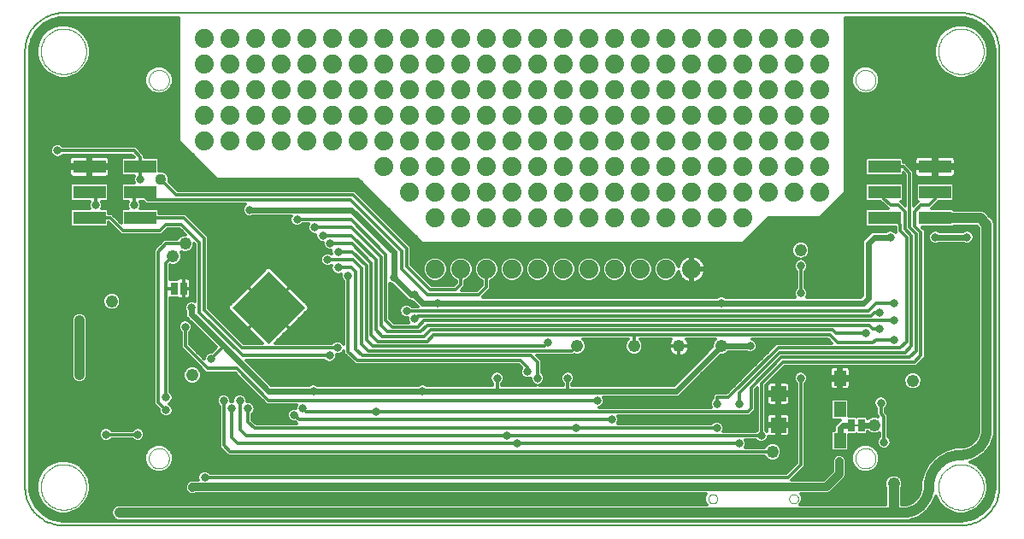
<source format=gbl>
G75*
%MOIN*%
%OFA0B0*%
%FSLAX24Y24*%
%IPPOS*%
%LPD*%
%AMOC8*
5,1,8,0,0,1.08239X$1,22.5*
%
%ADD10C,0.0050*%
%ADD11C,0.0000*%
%ADD12R,0.1260X0.0500*%
%ADD13C,0.0281*%
%ADD14C,0.0354*%
%ADD15C,0.0488*%
%ADD16R,0.0472X0.0591*%
%ADD17R,0.0591X0.0591*%
%ADD18R,0.0250X0.0500*%
%ADD19C,0.0080*%
%ADD20R,0.2000X0.2000*%
%ADD21C,0.0740*%
%ADD22C,0.0330*%
%ADD23C,0.0120*%
%ADD24C,0.0240*%
%ADD25C,0.0400*%
%ADD26C,0.0320*%
%ADD27C,0.0436*%
D10*
X017760Y016393D02*
X052760Y016393D01*
X052836Y016395D01*
X052912Y016401D01*
X052987Y016410D01*
X053062Y016424D01*
X053136Y016441D01*
X053209Y016462D01*
X053281Y016486D01*
X053352Y016515D01*
X053421Y016546D01*
X053488Y016581D01*
X053553Y016620D01*
X053617Y016662D01*
X053678Y016707D01*
X053737Y016755D01*
X053793Y016806D01*
X053847Y016860D01*
X053898Y016916D01*
X053946Y016975D01*
X053991Y017036D01*
X054033Y017100D01*
X054072Y017165D01*
X054107Y017232D01*
X054138Y017301D01*
X054167Y017372D01*
X054191Y017444D01*
X054212Y017517D01*
X054229Y017591D01*
X054243Y017666D01*
X054252Y017741D01*
X054258Y017817D01*
X054260Y017893D01*
X054260Y034893D01*
X054258Y034969D01*
X054252Y035045D01*
X054243Y035120D01*
X054229Y035195D01*
X054212Y035269D01*
X054191Y035342D01*
X054167Y035414D01*
X054138Y035485D01*
X054107Y035554D01*
X054072Y035621D01*
X054033Y035686D01*
X053991Y035750D01*
X053946Y035811D01*
X053898Y035870D01*
X053847Y035926D01*
X053793Y035980D01*
X053737Y036031D01*
X053678Y036079D01*
X053617Y036124D01*
X053553Y036166D01*
X053488Y036205D01*
X053421Y036240D01*
X053352Y036271D01*
X053281Y036300D01*
X053209Y036324D01*
X053136Y036345D01*
X053062Y036362D01*
X052987Y036376D01*
X052912Y036385D01*
X052836Y036391D01*
X052760Y036393D01*
X017760Y036393D01*
X017684Y036391D01*
X017608Y036385D01*
X017533Y036376D01*
X017458Y036362D01*
X017384Y036345D01*
X017311Y036324D01*
X017239Y036300D01*
X017168Y036271D01*
X017099Y036240D01*
X017032Y036205D01*
X016967Y036166D01*
X016903Y036124D01*
X016842Y036079D01*
X016783Y036031D01*
X016727Y035980D01*
X016673Y035926D01*
X016622Y035870D01*
X016574Y035811D01*
X016529Y035750D01*
X016487Y035686D01*
X016448Y035621D01*
X016413Y035554D01*
X016382Y035485D01*
X016353Y035414D01*
X016329Y035342D01*
X016308Y035269D01*
X016291Y035195D01*
X016277Y035120D01*
X016268Y035045D01*
X016262Y034969D01*
X016260Y034893D01*
X016260Y017893D01*
X016262Y017817D01*
X016268Y017741D01*
X016277Y017666D01*
X016291Y017591D01*
X016308Y017517D01*
X016329Y017444D01*
X016353Y017372D01*
X016382Y017301D01*
X016413Y017232D01*
X016448Y017165D01*
X016487Y017100D01*
X016529Y017036D01*
X016574Y016975D01*
X016622Y016916D01*
X016673Y016860D01*
X016727Y016806D01*
X016783Y016755D01*
X016842Y016707D01*
X016903Y016662D01*
X016967Y016620D01*
X017032Y016581D01*
X017099Y016546D01*
X017168Y016515D01*
X017239Y016486D01*
X017311Y016462D01*
X017384Y016441D01*
X017458Y016424D01*
X017533Y016410D01*
X017608Y016401D01*
X017684Y016395D01*
X017760Y016393D01*
D11*
X016874Y017893D02*
X016876Y017952D01*
X016882Y018011D01*
X016892Y018069D01*
X016905Y018127D01*
X016923Y018184D01*
X016944Y018239D01*
X016969Y018293D01*
X016998Y018345D01*
X017030Y018394D01*
X017065Y018442D01*
X017103Y018487D01*
X017144Y018530D01*
X017188Y018570D01*
X017234Y018606D01*
X017283Y018640D01*
X017334Y018670D01*
X017387Y018697D01*
X017442Y018720D01*
X017497Y018739D01*
X017555Y018755D01*
X017613Y018767D01*
X017671Y018775D01*
X017730Y018779D01*
X017790Y018779D01*
X017849Y018775D01*
X017907Y018767D01*
X017965Y018755D01*
X018023Y018739D01*
X018078Y018720D01*
X018133Y018697D01*
X018186Y018670D01*
X018237Y018640D01*
X018286Y018606D01*
X018332Y018570D01*
X018376Y018530D01*
X018417Y018487D01*
X018455Y018442D01*
X018490Y018394D01*
X018522Y018345D01*
X018551Y018293D01*
X018576Y018239D01*
X018597Y018184D01*
X018615Y018127D01*
X018628Y018069D01*
X018638Y018011D01*
X018644Y017952D01*
X018646Y017893D01*
X018644Y017834D01*
X018638Y017775D01*
X018628Y017717D01*
X018615Y017659D01*
X018597Y017602D01*
X018576Y017547D01*
X018551Y017493D01*
X018522Y017441D01*
X018490Y017392D01*
X018455Y017344D01*
X018417Y017299D01*
X018376Y017256D01*
X018332Y017216D01*
X018286Y017180D01*
X018237Y017146D01*
X018186Y017116D01*
X018133Y017089D01*
X018078Y017066D01*
X018023Y017047D01*
X017965Y017031D01*
X017907Y017019D01*
X017849Y017011D01*
X017790Y017007D01*
X017730Y017007D01*
X017671Y017011D01*
X017613Y017019D01*
X017555Y017031D01*
X017497Y017047D01*
X017442Y017066D01*
X017387Y017089D01*
X017334Y017116D01*
X017283Y017146D01*
X017234Y017180D01*
X017188Y017216D01*
X017144Y017256D01*
X017103Y017299D01*
X017065Y017344D01*
X017030Y017392D01*
X016998Y017441D01*
X016969Y017493D01*
X016944Y017547D01*
X016923Y017602D01*
X016905Y017659D01*
X016892Y017717D01*
X016882Y017775D01*
X016876Y017834D01*
X016874Y017893D01*
X021086Y019011D02*
X021088Y019050D01*
X021094Y019089D01*
X021104Y019127D01*
X021117Y019164D01*
X021134Y019199D01*
X021154Y019233D01*
X021178Y019264D01*
X021205Y019293D01*
X021234Y019319D01*
X021266Y019342D01*
X021300Y019362D01*
X021336Y019378D01*
X021373Y019390D01*
X021412Y019399D01*
X021451Y019404D01*
X021490Y019405D01*
X021529Y019402D01*
X021568Y019395D01*
X021605Y019384D01*
X021642Y019370D01*
X021677Y019352D01*
X021710Y019331D01*
X021741Y019306D01*
X021769Y019279D01*
X021794Y019249D01*
X021816Y019216D01*
X021835Y019182D01*
X021850Y019146D01*
X021862Y019108D01*
X021870Y019070D01*
X021874Y019031D01*
X021874Y018991D01*
X021870Y018952D01*
X021862Y018914D01*
X021850Y018876D01*
X021835Y018840D01*
X021816Y018806D01*
X021794Y018773D01*
X021769Y018743D01*
X021741Y018716D01*
X021710Y018691D01*
X021677Y018670D01*
X021642Y018652D01*
X021605Y018638D01*
X021568Y018627D01*
X021529Y018620D01*
X021490Y018617D01*
X021451Y018618D01*
X021412Y018623D01*
X021373Y018632D01*
X021336Y018644D01*
X021300Y018660D01*
X021266Y018680D01*
X021234Y018703D01*
X021205Y018729D01*
X021178Y018758D01*
X021154Y018789D01*
X021134Y018823D01*
X021117Y018858D01*
X021104Y018895D01*
X021094Y018933D01*
X021088Y018972D01*
X021086Y019011D01*
X021086Y033775D02*
X021088Y033814D01*
X021094Y033853D01*
X021104Y033891D01*
X021117Y033928D01*
X021134Y033963D01*
X021154Y033997D01*
X021178Y034028D01*
X021205Y034057D01*
X021234Y034083D01*
X021266Y034106D01*
X021300Y034126D01*
X021336Y034142D01*
X021373Y034154D01*
X021412Y034163D01*
X021451Y034168D01*
X021490Y034169D01*
X021529Y034166D01*
X021568Y034159D01*
X021605Y034148D01*
X021642Y034134D01*
X021677Y034116D01*
X021710Y034095D01*
X021741Y034070D01*
X021769Y034043D01*
X021794Y034013D01*
X021816Y033980D01*
X021835Y033946D01*
X021850Y033910D01*
X021862Y033872D01*
X021870Y033834D01*
X021874Y033795D01*
X021874Y033755D01*
X021870Y033716D01*
X021862Y033678D01*
X021850Y033640D01*
X021835Y033604D01*
X021816Y033570D01*
X021794Y033537D01*
X021769Y033507D01*
X021741Y033480D01*
X021710Y033455D01*
X021677Y033434D01*
X021642Y033416D01*
X021605Y033402D01*
X021568Y033391D01*
X021529Y033384D01*
X021490Y033381D01*
X021451Y033382D01*
X021412Y033387D01*
X021373Y033396D01*
X021336Y033408D01*
X021300Y033424D01*
X021266Y033444D01*
X021234Y033467D01*
X021205Y033493D01*
X021178Y033522D01*
X021154Y033553D01*
X021134Y033587D01*
X021117Y033622D01*
X021104Y033659D01*
X021094Y033697D01*
X021088Y033736D01*
X021086Y033775D01*
X016874Y034893D02*
X016876Y034952D01*
X016882Y035011D01*
X016892Y035069D01*
X016905Y035127D01*
X016923Y035184D01*
X016944Y035239D01*
X016969Y035293D01*
X016998Y035345D01*
X017030Y035394D01*
X017065Y035442D01*
X017103Y035487D01*
X017144Y035530D01*
X017188Y035570D01*
X017234Y035606D01*
X017283Y035640D01*
X017334Y035670D01*
X017387Y035697D01*
X017442Y035720D01*
X017497Y035739D01*
X017555Y035755D01*
X017613Y035767D01*
X017671Y035775D01*
X017730Y035779D01*
X017790Y035779D01*
X017849Y035775D01*
X017907Y035767D01*
X017965Y035755D01*
X018023Y035739D01*
X018078Y035720D01*
X018133Y035697D01*
X018186Y035670D01*
X018237Y035640D01*
X018286Y035606D01*
X018332Y035570D01*
X018376Y035530D01*
X018417Y035487D01*
X018455Y035442D01*
X018490Y035394D01*
X018522Y035345D01*
X018551Y035293D01*
X018576Y035239D01*
X018597Y035184D01*
X018615Y035127D01*
X018628Y035069D01*
X018638Y035011D01*
X018644Y034952D01*
X018646Y034893D01*
X018644Y034834D01*
X018638Y034775D01*
X018628Y034717D01*
X018615Y034659D01*
X018597Y034602D01*
X018576Y034547D01*
X018551Y034493D01*
X018522Y034441D01*
X018490Y034392D01*
X018455Y034344D01*
X018417Y034299D01*
X018376Y034256D01*
X018332Y034216D01*
X018286Y034180D01*
X018237Y034146D01*
X018186Y034116D01*
X018133Y034089D01*
X018078Y034066D01*
X018023Y034047D01*
X017965Y034031D01*
X017907Y034019D01*
X017849Y034011D01*
X017790Y034007D01*
X017730Y034007D01*
X017671Y034011D01*
X017613Y034019D01*
X017555Y034031D01*
X017497Y034047D01*
X017442Y034066D01*
X017387Y034089D01*
X017334Y034116D01*
X017283Y034146D01*
X017234Y034180D01*
X017188Y034216D01*
X017144Y034256D01*
X017103Y034299D01*
X017065Y034344D01*
X017030Y034392D01*
X016998Y034441D01*
X016969Y034493D01*
X016944Y034547D01*
X016923Y034602D01*
X016905Y034659D01*
X016892Y034717D01*
X016882Y034775D01*
X016876Y034834D01*
X016874Y034893D01*
X042911Y017435D02*
X042913Y017461D01*
X042919Y017487D01*
X042928Y017511D01*
X042941Y017534D01*
X042958Y017554D01*
X042977Y017572D01*
X042999Y017587D01*
X043022Y017598D01*
X043047Y017606D01*
X043073Y017610D01*
X043099Y017610D01*
X043125Y017606D01*
X043150Y017598D01*
X043174Y017587D01*
X043195Y017572D01*
X043214Y017554D01*
X043231Y017534D01*
X043244Y017511D01*
X043253Y017487D01*
X043259Y017461D01*
X043261Y017435D01*
X043259Y017409D01*
X043253Y017383D01*
X043244Y017359D01*
X043231Y017336D01*
X043214Y017316D01*
X043195Y017298D01*
X043173Y017283D01*
X043150Y017272D01*
X043125Y017264D01*
X043099Y017260D01*
X043073Y017260D01*
X043047Y017264D01*
X043022Y017272D01*
X042998Y017283D01*
X042977Y017298D01*
X042958Y017316D01*
X042941Y017336D01*
X042928Y017359D01*
X042919Y017383D01*
X042913Y017409D01*
X042911Y017435D01*
X046060Y017435D02*
X046062Y017461D01*
X046068Y017487D01*
X046077Y017511D01*
X046090Y017534D01*
X046107Y017554D01*
X046126Y017572D01*
X046148Y017587D01*
X046171Y017598D01*
X046196Y017606D01*
X046222Y017610D01*
X046248Y017610D01*
X046274Y017606D01*
X046299Y017598D01*
X046323Y017587D01*
X046344Y017572D01*
X046363Y017554D01*
X046380Y017534D01*
X046393Y017511D01*
X046402Y017487D01*
X046408Y017461D01*
X046410Y017435D01*
X046408Y017409D01*
X046402Y017383D01*
X046393Y017359D01*
X046380Y017336D01*
X046363Y017316D01*
X046344Y017298D01*
X046322Y017283D01*
X046299Y017272D01*
X046274Y017264D01*
X046248Y017260D01*
X046222Y017260D01*
X046196Y017264D01*
X046171Y017272D01*
X046147Y017283D01*
X046126Y017298D01*
X046107Y017316D01*
X046090Y017336D01*
X046077Y017359D01*
X046068Y017383D01*
X046062Y017409D01*
X046060Y017435D01*
X048645Y019011D02*
X048647Y019050D01*
X048653Y019089D01*
X048663Y019127D01*
X048676Y019164D01*
X048693Y019199D01*
X048713Y019233D01*
X048737Y019264D01*
X048764Y019293D01*
X048793Y019319D01*
X048825Y019342D01*
X048859Y019362D01*
X048895Y019378D01*
X048932Y019390D01*
X048971Y019399D01*
X049010Y019404D01*
X049049Y019405D01*
X049088Y019402D01*
X049127Y019395D01*
X049164Y019384D01*
X049201Y019370D01*
X049236Y019352D01*
X049269Y019331D01*
X049300Y019306D01*
X049328Y019279D01*
X049353Y019249D01*
X049375Y019216D01*
X049394Y019182D01*
X049409Y019146D01*
X049421Y019108D01*
X049429Y019070D01*
X049433Y019031D01*
X049433Y018991D01*
X049429Y018952D01*
X049421Y018914D01*
X049409Y018876D01*
X049394Y018840D01*
X049375Y018806D01*
X049353Y018773D01*
X049328Y018743D01*
X049300Y018716D01*
X049269Y018691D01*
X049236Y018670D01*
X049201Y018652D01*
X049164Y018638D01*
X049127Y018627D01*
X049088Y018620D01*
X049049Y018617D01*
X049010Y018618D01*
X048971Y018623D01*
X048932Y018632D01*
X048895Y018644D01*
X048859Y018660D01*
X048825Y018680D01*
X048793Y018703D01*
X048764Y018729D01*
X048737Y018758D01*
X048713Y018789D01*
X048693Y018823D01*
X048676Y018858D01*
X048663Y018895D01*
X048653Y018933D01*
X048647Y018972D01*
X048645Y019011D01*
X051874Y017893D02*
X051876Y017952D01*
X051882Y018011D01*
X051892Y018069D01*
X051905Y018127D01*
X051923Y018184D01*
X051944Y018239D01*
X051969Y018293D01*
X051998Y018345D01*
X052030Y018394D01*
X052065Y018442D01*
X052103Y018487D01*
X052144Y018530D01*
X052188Y018570D01*
X052234Y018606D01*
X052283Y018640D01*
X052334Y018670D01*
X052387Y018697D01*
X052442Y018720D01*
X052497Y018739D01*
X052555Y018755D01*
X052613Y018767D01*
X052671Y018775D01*
X052730Y018779D01*
X052790Y018779D01*
X052849Y018775D01*
X052907Y018767D01*
X052965Y018755D01*
X053023Y018739D01*
X053078Y018720D01*
X053133Y018697D01*
X053186Y018670D01*
X053237Y018640D01*
X053286Y018606D01*
X053332Y018570D01*
X053376Y018530D01*
X053417Y018487D01*
X053455Y018442D01*
X053490Y018394D01*
X053522Y018345D01*
X053551Y018293D01*
X053576Y018239D01*
X053597Y018184D01*
X053615Y018127D01*
X053628Y018069D01*
X053638Y018011D01*
X053644Y017952D01*
X053646Y017893D01*
X053644Y017834D01*
X053638Y017775D01*
X053628Y017717D01*
X053615Y017659D01*
X053597Y017602D01*
X053576Y017547D01*
X053551Y017493D01*
X053522Y017441D01*
X053490Y017392D01*
X053455Y017344D01*
X053417Y017299D01*
X053376Y017256D01*
X053332Y017216D01*
X053286Y017180D01*
X053237Y017146D01*
X053186Y017116D01*
X053133Y017089D01*
X053078Y017066D01*
X053023Y017047D01*
X052965Y017031D01*
X052907Y017019D01*
X052849Y017011D01*
X052790Y017007D01*
X052730Y017007D01*
X052671Y017011D01*
X052613Y017019D01*
X052555Y017031D01*
X052497Y017047D01*
X052442Y017066D01*
X052387Y017089D01*
X052334Y017116D01*
X052283Y017146D01*
X052234Y017180D01*
X052188Y017216D01*
X052144Y017256D01*
X052103Y017299D01*
X052065Y017344D01*
X052030Y017392D01*
X051998Y017441D01*
X051969Y017493D01*
X051944Y017547D01*
X051923Y017602D01*
X051905Y017659D01*
X051892Y017717D01*
X051882Y017775D01*
X051876Y017834D01*
X051874Y017893D01*
X048645Y033775D02*
X048647Y033814D01*
X048653Y033853D01*
X048663Y033891D01*
X048676Y033928D01*
X048693Y033963D01*
X048713Y033997D01*
X048737Y034028D01*
X048764Y034057D01*
X048793Y034083D01*
X048825Y034106D01*
X048859Y034126D01*
X048895Y034142D01*
X048932Y034154D01*
X048971Y034163D01*
X049010Y034168D01*
X049049Y034169D01*
X049088Y034166D01*
X049127Y034159D01*
X049164Y034148D01*
X049201Y034134D01*
X049236Y034116D01*
X049269Y034095D01*
X049300Y034070D01*
X049328Y034043D01*
X049353Y034013D01*
X049375Y033980D01*
X049394Y033946D01*
X049409Y033910D01*
X049421Y033872D01*
X049429Y033834D01*
X049433Y033795D01*
X049433Y033755D01*
X049429Y033716D01*
X049421Y033678D01*
X049409Y033640D01*
X049394Y033604D01*
X049375Y033570D01*
X049353Y033537D01*
X049328Y033507D01*
X049300Y033480D01*
X049269Y033455D01*
X049236Y033434D01*
X049201Y033416D01*
X049164Y033402D01*
X049127Y033391D01*
X049088Y033384D01*
X049049Y033381D01*
X049010Y033382D01*
X048971Y033387D01*
X048932Y033396D01*
X048895Y033408D01*
X048859Y033424D01*
X048825Y033444D01*
X048793Y033467D01*
X048764Y033493D01*
X048737Y033522D01*
X048713Y033553D01*
X048693Y033587D01*
X048676Y033622D01*
X048663Y033659D01*
X048653Y033697D01*
X048647Y033736D01*
X048645Y033775D01*
X051874Y034893D02*
X051876Y034952D01*
X051882Y035011D01*
X051892Y035069D01*
X051905Y035127D01*
X051923Y035184D01*
X051944Y035239D01*
X051969Y035293D01*
X051998Y035345D01*
X052030Y035394D01*
X052065Y035442D01*
X052103Y035487D01*
X052144Y035530D01*
X052188Y035570D01*
X052234Y035606D01*
X052283Y035640D01*
X052334Y035670D01*
X052387Y035697D01*
X052442Y035720D01*
X052497Y035739D01*
X052555Y035755D01*
X052613Y035767D01*
X052671Y035775D01*
X052730Y035779D01*
X052790Y035779D01*
X052849Y035775D01*
X052907Y035767D01*
X052965Y035755D01*
X053023Y035739D01*
X053078Y035720D01*
X053133Y035697D01*
X053186Y035670D01*
X053237Y035640D01*
X053286Y035606D01*
X053332Y035570D01*
X053376Y035530D01*
X053417Y035487D01*
X053455Y035442D01*
X053490Y035394D01*
X053522Y035345D01*
X053551Y035293D01*
X053576Y035239D01*
X053597Y035184D01*
X053615Y035127D01*
X053628Y035069D01*
X053638Y035011D01*
X053644Y034952D01*
X053646Y034893D01*
X053644Y034834D01*
X053638Y034775D01*
X053628Y034717D01*
X053615Y034659D01*
X053597Y034602D01*
X053576Y034547D01*
X053551Y034493D01*
X053522Y034441D01*
X053490Y034392D01*
X053455Y034344D01*
X053417Y034299D01*
X053376Y034256D01*
X053332Y034216D01*
X053286Y034180D01*
X053237Y034146D01*
X053186Y034116D01*
X053133Y034089D01*
X053078Y034066D01*
X053023Y034047D01*
X052965Y034031D01*
X052907Y034019D01*
X052849Y034011D01*
X052790Y034007D01*
X052730Y034007D01*
X052671Y034011D01*
X052613Y034019D01*
X052555Y034031D01*
X052497Y034047D01*
X052442Y034066D01*
X052387Y034089D01*
X052334Y034116D01*
X052283Y034146D01*
X052234Y034180D01*
X052188Y034216D01*
X052144Y034256D01*
X052103Y034299D01*
X052065Y034344D01*
X052030Y034392D01*
X051998Y034441D01*
X051969Y034493D01*
X051944Y034547D01*
X051923Y034602D01*
X051905Y034659D01*
X051892Y034717D01*
X051882Y034775D01*
X051876Y034834D01*
X051874Y034893D01*
D12*
X051752Y030393D03*
X051752Y029393D03*
X051752Y028393D03*
X049767Y028393D03*
X049767Y029393D03*
X049767Y030393D03*
X020752Y030393D03*
X020752Y029393D03*
X020752Y028393D03*
X018767Y028393D03*
X018767Y029393D03*
X018767Y030393D03*
D13*
X017776Y024684D02*
X017776Y024472D01*
X017776Y024684D02*
X017870Y024684D01*
X017870Y024472D01*
X017776Y024472D01*
X017776Y022715D02*
X017776Y022503D01*
X017776Y022715D02*
X017870Y022715D01*
X017870Y022503D01*
X017776Y022503D01*
D14*
X016888Y022215D02*
X016632Y022215D01*
X016632Y024971D02*
X016888Y024971D01*
D15*
X019646Y025143D03*
X022032Y026893D03*
X022510Y027393D03*
X022782Y022268D03*
X037785Y023393D03*
X040010Y023393D03*
X041760Y023393D03*
X043416Y023393D03*
X045409Y019268D03*
X049385Y020309D03*
X050884Y022043D03*
X050135Y018018D03*
X046510Y027143D03*
D16*
X048039Y022141D03*
X048039Y020921D03*
X048039Y019700D03*
D17*
X045637Y020311D03*
X045637Y021531D03*
D18*
X048497Y020309D03*
X048897Y020309D03*
X022437Y025643D03*
X022082Y025643D03*
D19*
X048547Y020309D02*
X048847Y020309D01*
D20*
G36*
X027174Y024893D02*
X025760Y023479D01*
X024346Y024893D01*
X025760Y026307D01*
X027174Y024893D01*
G37*
D21*
X032260Y026393D03*
X033260Y026393D03*
X034260Y026393D03*
X035260Y026393D03*
X036260Y026393D03*
X037260Y026393D03*
X038260Y026393D03*
X039260Y026393D03*
X040260Y026393D03*
X041260Y026393D03*
X042260Y026393D03*
X042260Y028393D03*
X043260Y028393D03*
X044260Y028393D03*
X044260Y029393D03*
X043260Y029393D03*
X043260Y030393D03*
X044260Y030393D03*
X045260Y030393D03*
X046260Y030393D03*
X047260Y030393D03*
X047260Y029393D03*
X046260Y029393D03*
X045260Y029393D03*
X045260Y031393D03*
X046260Y031393D03*
X047260Y031393D03*
X047260Y032393D03*
X046260Y032393D03*
X046260Y033393D03*
X047260Y033393D03*
X047260Y034393D03*
X046260Y034393D03*
X045260Y034393D03*
X045260Y033393D03*
X045260Y032393D03*
X044260Y032393D03*
X043260Y032393D03*
X043260Y033393D03*
X044260Y033393D03*
X044260Y034393D03*
X043260Y034393D03*
X042260Y034393D03*
X042260Y033393D03*
X042260Y032393D03*
X041260Y032393D03*
X040260Y032393D03*
X040260Y033393D03*
X041260Y033393D03*
X041260Y034393D03*
X040260Y034393D03*
X039260Y034393D03*
X038260Y034393D03*
X038260Y033393D03*
X039260Y033393D03*
X039260Y032393D03*
X038260Y032393D03*
X037260Y032393D03*
X037260Y033393D03*
X037260Y034393D03*
X036260Y034393D03*
X035260Y034393D03*
X035260Y033393D03*
X036260Y033393D03*
X036260Y032393D03*
X035260Y032393D03*
X034260Y032393D03*
X034260Y033393D03*
X034260Y034393D03*
X033260Y034393D03*
X032260Y034393D03*
X032260Y033393D03*
X033260Y033393D03*
X033260Y032393D03*
X032260Y032393D03*
X031260Y032393D03*
X030260Y032393D03*
X030260Y033393D03*
X031260Y033393D03*
X031260Y034393D03*
X030260Y034393D03*
X029260Y034393D03*
X029260Y033393D03*
X029260Y032393D03*
X028260Y032393D03*
X027260Y032393D03*
X027260Y033393D03*
X028260Y033393D03*
X028260Y034393D03*
X027260Y034393D03*
X026260Y034393D03*
X026260Y033393D03*
X026260Y032393D03*
X025260Y032393D03*
X024260Y032393D03*
X024260Y033393D03*
X025260Y033393D03*
X025260Y034393D03*
X024260Y034393D03*
X023260Y034393D03*
X023260Y033393D03*
X023260Y032393D03*
X023260Y031393D03*
X024260Y031393D03*
X025260Y031393D03*
X026260Y031393D03*
X027260Y031393D03*
X028260Y031393D03*
X029260Y031393D03*
X030260Y031393D03*
X031260Y031393D03*
X032260Y031393D03*
X033260Y031393D03*
X034260Y031393D03*
X035260Y031393D03*
X036260Y031393D03*
X037260Y031393D03*
X038260Y031393D03*
X039260Y031393D03*
X040260Y031393D03*
X041260Y031393D03*
X042260Y031393D03*
X043260Y031393D03*
X044260Y031393D03*
X042260Y030393D03*
X042260Y029393D03*
X041260Y029393D03*
X040260Y029393D03*
X040260Y028393D03*
X041260Y028393D03*
X039260Y028393D03*
X038260Y028393D03*
X038260Y029393D03*
X039260Y029393D03*
X039260Y030393D03*
X038260Y030393D03*
X037260Y030393D03*
X037260Y029393D03*
X037260Y028393D03*
X036260Y028393D03*
X035260Y028393D03*
X035260Y029393D03*
X036260Y029393D03*
X036260Y030393D03*
X035260Y030393D03*
X034260Y030393D03*
X034260Y029393D03*
X034260Y028393D03*
X033260Y028393D03*
X032260Y028393D03*
X032260Y029393D03*
X033260Y029393D03*
X033260Y030393D03*
X032260Y030393D03*
X031260Y030393D03*
X030260Y030393D03*
X031260Y029393D03*
X031260Y035393D03*
X030260Y035393D03*
X029260Y035393D03*
X028260Y035393D03*
X027260Y035393D03*
X026260Y035393D03*
X025260Y035393D03*
X024260Y035393D03*
X023260Y035393D03*
X032260Y035393D03*
X033260Y035393D03*
X034260Y035393D03*
X035260Y035393D03*
X036260Y035393D03*
X037260Y035393D03*
X038260Y035393D03*
X039260Y035393D03*
X040260Y035393D03*
X041260Y035393D03*
X042260Y035393D03*
X043260Y035393D03*
X044260Y035393D03*
X045260Y035393D03*
X046260Y035393D03*
X047260Y035393D03*
X041260Y030393D03*
X040260Y030393D03*
D22*
X046510Y026518D03*
X046510Y025456D03*
X047960Y027493D03*
X050010Y027643D03*
X051760Y027643D03*
X052994Y027643D03*
X050157Y025081D03*
X049572Y024706D03*
X049572Y024081D03*
X049050Y023893D03*
X050157Y023643D03*
X050157Y024393D03*
X051660Y023593D03*
X049635Y021175D03*
X049760Y019643D03*
X048010Y018893D03*
X048635Y016893D03*
X044976Y019893D03*
X044110Y019593D03*
X043243Y020193D03*
X043243Y021143D03*
X044110Y021143D03*
X046510Y022143D03*
X045260Y023493D03*
X044543Y023393D03*
X043416Y025081D03*
X040360Y021193D03*
X041160Y020493D03*
X039135Y020518D03*
X038572Y021268D03*
X037760Y020193D03*
X037960Y018693D03*
X035456Y019593D03*
X035063Y019893D03*
X034669Y022143D03*
X035850Y022393D03*
X036244Y022143D03*
X037425Y022143D03*
X036637Y023518D03*
X032260Y022293D03*
X031760Y021643D03*
X030160Y022293D03*
X028447Y023331D03*
X028135Y023018D03*
X027510Y021643D03*
X027085Y020956D03*
X026760Y020706D03*
X025860Y020693D03*
X024960Y020956D03*
X024635Y021268D03*
X024310Y020956D03*
X024010Y021268D03*
X021760Y021393D03*
X021760Y020893D03*
X020657Y019943D03*
X019422Y019943D03*
X022782Y017871D03*
X023271Y018268D03*
X024160Y018793D03*
X019936Y016893D03*
X018385Y022268D03*
X018385Y024393D03*
X019660Y026493D03*
X022760Y024893D03*
X022510Y024143D03*
X023510Y022893D03*
X028472Y026456D03*
X028860Y026143D03*
X028060Y026768D03*
X028472Y027081D03*
X028160Y027393D03*
X027872Y027706D03*
X027560Y028018D03*
X026872Y028331D03*
X025760Y027768D03*
X024635Y027831D03*
X024360Y028293D03*
X025010Y028706D03*
X020760Y029893D03*
X020510Y028893D03*
X019010Y028893D03*
X017525Y031018D03*
X019960Y033593D03*
X021060Y032093D03*
X030635Y026059D03*
X030660Y025293D03*
X031135Y024768D03*
X031447Y024456D03*
X032335Y025081D03*
X031453Y025387D03*
X029957Y020831D03*
X030260Y018793D03*
X042960Y018693D03*
X049460Y031493D03*
D23*
X049092Y030753D02*
X049027Y030689D01*
X049027Y030098D01*
X049092Y030033D01*
X050443Y030033D01*
X050507Y030098D01*
X050507Y030155D01*
X050590Y030073D01*
X050590Y028866D01*
X050422Y029033D01*
X050443Y029033D01*
X050507Y029098D01*
X050507Y029689D01*
X050443Y029753D01*
X049092Y029753D01*
X049027Y029689D01*
X049027Y029098D01*
X049092Y029033D01*
X049629Y029033D01*
X049840Y028823D01*
X049909Y028753D01*
X049092Y028753D01*
X049027Y028689D01*
X049027Y028098D01*
X049092Y028033D01*
X050215Y028033D01*
X050215Y027827D01*
X050165Y027876D01*
X050064Y027918D01*
X049955Y027918D01*
X049854Y027876D01*
X049851Y027873D01*
X049289Y027873D01*
X049039Y027623D01*
X048905Y027489D01*
X048905Y025364D01*
X048852Y025311D01*
X046747Y025311D01*
X046785Y025401D01*
X046785Y025511D01*
X046743Y025612D01*
X046680Y025675D01*
X046680Y026299D01*
X046743Y026363D01*
X046785Y026464D01*
X046785Y026573D01*
X046743Y026674D01*
X046665Y026751D01*
X046574Y026789D01*
X046580Y026789D01*
X046710Y026843D01*
X046810Y026943D01*
X046864Y027073D01*
X046864Y027214D01*
X046810Y027344D01*
X046710Y027443D01*
X046580Y027497D01*
X046439Y027497D01*
X046309Y027443D01*
X046209Y027344D01*
X046155Y027214D01*
X046155Y027073D01*
X046209Y026943D01*
X046309Y026843D01*
X046439Y026789D01*
X046445Y026789D01*
X046354Y026751D01*
X046276Y026674D01*
X046235Y026573D01*
X046235Y026464D01*
X046276Y026363D01*
X046340Y026299D01*
X046340Y025675D01*
X046276Y025612D01*
X046235Y025511D01*
X046235Y025401D01*
X046272Y025311D01*
X043575Y025311D01*
X043572Y025314D01*
X043470Y025356D01*
X043361Y025356D01*
X043260Y025314D01*
X043257Y025311D01*
X034117Y025311D01*
X034130Y025323D01*
X034430Y025623D01*
X034430Y025944D01*
X034531Y025986D01*
X034666Y026121D01*
X034740Y026298D01*
X034740Y026489D01*
X034666Y026665D01*
X034531Y026800D01*
X034355Y026873D01*
X034164Y026873D01*
X033988Y026800D01*
X033853Y026665D01*
X033780Y026489D01*
X033780Y026298D01*
X033853Y026121D01*
X033988Y025986D01*
X034090Y025944D01*
X034090Y025764D01*
X033889Y025563D01*
X033270Y025563D01*
X033330Y025623D01*
X033430Y025723D01*
X033430Y025944D01*
X033531Y025986D01*
X033666Y026121D01*
X033740Y026298D01*
X033740Y026489D01*
X033666Y026665D01*
X033531Y026800D01*
X033355Y026873D01*
X033164Y026873D01*
X032988Y026800D01*
X032853Y026665D01*
X032780Y026489D01*
X032780Y026298D01*
X032853Y026121D01*
X032988Y025986D01*
X033090Y025944D01*
X033090Y025864D01*
X032989Y025763D01*
X032130Y025763D01*
X031330Y026564D01*
X031330Y027264D01*
X029230Y029364D01*
X029130Y029463D01*
X022230Y029463D01*
X021881Y029812D01*
X021888Y029828D01*
X021888Y029959D01*
X021838Y030079D01*
X021745Y030171D01*
X021625Y030221D01*
X021494Y030221D01*
X021492Y030220D01*
X021492Y030689D01*
X021427Y030753D01*
X020922Y030753D01*
X020922Y030839D01*
X020672Y031089D01*
X020572Y031188D01*
X017744Y031188D01*
X017681Y031251D01*
X017580Y031293D01*
X017470Y031293D01*
X017369Y031251D01*
X017292Y031174D01*
X017250Y031073D01*
X017250Y030964D01*
X017292Y030863D01*
X017369Y030785D01*
X017470Y030743D01*
X017580Y030743D01*
X017681Y030785D01*
X017744Y030848D01*
X020431Y030848D01*
X020526Y030753D01*
X020076Y030753D01*
X020012Y030689D01*
X020012Y030098D01*
X020076Y030033D01*
X020520Y030033D01*
X020485Y029948D01*
X020485Y029839D01*
X020520Y029753D01*
X020076Y029753D01*
X020012Y029689D01*
X020012Y029098D01*
X020076Y029033D01*
X020270Y029033D01*
X020235Y028948D01*
X020235Y028839D01*
X020270Y028753D01*
X020076Y028753D01*
X020012Y028689D01*
X020012Y028194D01*
X019642Y028563D01*
X019507Y028563D01*
X019507Y028689D01*
X019443Y028753D01*
X019249Y028753D01*
X019285Y028839D01*
X019285Y028948D01*
X019249Y029033D01*
X019443Y029033D01*
X019507Y029098D01*
X019507Y029689D01*
X019443Y029753D01*
X018092Y029753D01*
X018027Y029689D01*
X018027Y029098D01*
X018092Y029033D01*
X018770Y029033D01*
X018735Y028948D01*
X018735Y028839D01*
X018770Y028753D01*
X018092Y028753D01*
X018027Y028689D01*
X018027Y028098D01*
X018092Y028033D01*
X019443Y028033D01*
X019507Y028098D01*
X019507Y028218D01*
X020002Y027723D01*
X021580Y027723D01*
X021680Y027823D01*
X021830Y027973D01*
X022289Y027973D01*
X022515Y027747D01*
X022439Y027747D01*
X022309Y027693D01*
X022209Y027594D01*
X022197Y027563D01*
X021689Y027563D01*
X021590Y027464D01*
X021277Y027151D01*
X021277Y021135D01*
X021377Y021036D01*
X021485Y020928D01*
X021485Y020839D01*
X021526Y020738D01*
X021604Y020660D01*
X021705Y020618D01*
X021814Y020618D01*
X021915Y020660D01*
X021993Y020738D01*
X022035Y020839D01*
X022035Y020948D01*
X021993Y021049D01*
X021915Y021126D01*
X021875Y021143D01*
X021915Y021160D01*
X021993Y021238D01*
X022035Y021339D01*
X022035Y021448D01*
X021993Y021549D01*
X021930Y021612D01*
X021930Y025283D01*
X022195Y025283D01*
X022213Y025265D01*
X022250Y025244D01*
X022291Y025233D01*
X022434Y025233D01*
X022434Y025641D01*
X022439Y025641D01*
X022439Y025646D01*
X022434Y025646D01*
X022434Y026053D01*
X022291Y026053D01*
X022250Y026042D01*
X022213Y026021D01*
X022195Y026003D01*
X021930Y026003D01*
X021930Y026551D01*
X021931Y026552D01*
X021961Y026539D01*
X022102Y026539D01*
X022232Y026593D01*
X022332Y026693D01*
X022386Y026823D01*
X022386Y026964D01*
X022337Y027082D01*
X022439Y027039D01*
X022580Y027039D01*
X022710Y027093D01*
X022810Y027193D01*
X022864Y027323D01*
X022864Y027399D01*
X022890Y027373D01*
X022890Y025137D01*
X022814Y025168D01*
X022705Y025168D01*
X022604Y025126D01*
X022526Y025049D01*
X022485Y024948D01*
X022485Y024839D01*
X022526Y024738D01*
X022530Y024734D01*
X022530Y024548D01*
X023727Y023351D01*
X023544Y023168D01*
X023455Y023168D01*
X023354Y023126D01*
X023276Y023049D01*
X023235Y022948D01*
X023235Y022909D01*
X022680Y023464D01*
X022680Y023924D01*
X022743Y023988D01*
X022785Y024089D01*
X022785Y024198D01*
X022743Y024299D01*
X022665Y024376D01*
X022564Y024418D01*
X022455Y024418D01*
X022354Y024376D01*
X022276Y024299D01*
X022235Y024198D01*
X022235Y024089D01*
X022276Y023988D01*
X022340Y023924D01*
X022340Y023323D01*
X023215Y022448D01*
X023314Y022348D01*
X024439Y022348D01*
X025590Y021198D01*
X025689Y021098D01*
X026846Y021098D01*
X026810Y021011D01*
X026810Y020981D01*
X026705Y020981D01*
X026604Y020939D01*
X026526Y020862D01*
X026485Y020761D01*
X026485Y020651D01*
X026526Y020550D01*
X026604Y020473D01*
X026705Y020431D01*
X026794Y020431D01*
X026862Y020363D01*
X025280Y020363D01*
X025130Y020514D01*
X025130Y020737D01*
X025193Y020800D01*
X025235Y020901D01*
X025235Y021011D01*
X025193Y021112D01*
X025115Y021189D01*
X025014Y021231D01*
X024910Y021231D01*
X024910Y021323D01*
X024868Y021424D01*
X024790Y021501D01*
X024689Y021543D01*
X024580Y021543D01*
X024479Y021501D01*
X024401Y021424D01*
X024360Y021323D01*
X024360Y021231D01*
X024285Y021231D01*
X024285Y021323D01*
X024243Y021424D01*
X024165Y021501D01*
X024064Y021543D01*
X023955Y021543D01*
X023854Y021501D01*
X023776Y021424D01*
X023735Y021323D01*
X023735Y021214D01*
X023776Y021113D01*
X023840Y021049D01*
X023840Y019448D01*
X024090Y019198D01*
X024189Y019098D01*
X045096Y019098D01*
X045109Y019068D01*
X045208Y018968D01*
X045338Y018914D01*
X045479Y018914D01*
X045609Y018968D01*
X045709Y019068D01*
X045763Y019198D01*
X045763Y019339D01*
X045709Y019469D01*
X045609Y019568D01*
X045479Y019622D01*
X045338Y019622D01*
X045208Y019568D01*
X045109Y019469D01*
X045096Y019438D01*
X044343Y019438D01*
X044385Y019539D01*
X044385Y019648D01*
X044353Y019723D01*
X044757Y019723D01*
X044820Y019660D01*
X044921Y019618D01*
X045030Y019618D01*
X045131Y019660D01*
X045209Y019738D01*
X045251Y019839D01*
X045251Y019883D01*
X045280Y019866D01*
X045321Y019855D01*
X045577Y019855D01*
X045577Y020251D01*
X045182Y020251D01*
X045182Y020076D01*
X045146Y020112D01*
X045146Y021852D01*
X045208Y021914D01*
X045193Y021888D01*
X045182Y021847D01*
X045182Y021591D01*
X045577Y021591D01*
X045577Y021471D01*
X045182Y021471D01*
X045182Y021215D01*
X045193Y021174D01*
X045214Y021138D01*
X045244Y021108D01*
X045280Y021087D01*
X045321Y021076D01*
X045577Y021076D01*
X045577Y021471D01*
X045697Y021471D01*
X045697Y021076D01*
X045954Y021076D01*
X045994Y021087D01*
X046031Y021108D01*
X046061Y021138D01*
X046082Y021174D01*
X046093Y021215D01*
X046093Y021471D01*
X045697Y021471D01*
X045697Y021591D01*
X045577Y021591D01*
X045577Y021986D01*
X045321Y021986D01*
X045280Y021975D01*
X045255Y021961D01*
X045892Y022598D01*
X051017Y022598D01*
X051117Y022698D01*
X051367Y022948D01*
X051367Y027901D01*
X051267Y028001D01*
X051235Y028033D01*
X052427Y028033D01*
X052477Y028083D01*
X053381Y028083D01*
X053450Y028015D01*
X053450Y020143D01*
X053441Y020035D01*
X053374Y019830D01*
X049962Y019830D01*
X049993Y019799D02*
X049930Y019862D01*
X049930Y020714D01*
X049830Y020813D01*
X049805Y020839D01*
X049805Y020956D01*
X049868Y021019D01*
X049910Y021120D01*
X049910Y021230D01*
X049868Y021331D01*
X049790Y021408D01*
X049689Y021450D01*
X049580Y021450D01*
X049479Y021408D01*
X049401Y021331D01*
X049360Y021230D01*
X049360Y021120D01*
X049401Y021019D01*
X049465Y020956D01*
X049465Y020698D01*
X049531Y020631D01*
X049455Y020663D01*
X049314Y020663D01*
X049184Y020609D01*
X049132Y020557D01*
X049132Y020604D01*
X049068Y020669D01*
X048726Y020669D01*
X048697Y020639D01*
X048668Y020669D01*
X048385Y020669D01*
X048385Y021262D01*
X048321Y021326D01*
X047757Y021326D01*
X047693Y021262D01*
X047693Y020580D01*
X047757Y020516D01*
X048046Y020516D01*
X047944Y020414D01*
X047809Y020279D01*
X047809Y020106D01*
X047757Y020106D01*
X047693Y020041D01*
X047693Y019360D01*
X047757Y019295D01*
X048321Y019295D01*
X048385Y019360D01*
X048385Y019949D01*
X048668Y019949D01*
X048697Y019978D01*
X048726Y019949D01*
X049068Y019949D01*
X049132Y020013D01*
X049132Y020061D01*
X049184Y020009D01*
X049314Y019955D01*
X049455Y019955D01*
X049585Y020009D01*
X049590Y020013D01*
X049590Y019862D01*
X049526Y019799D01*
X049485Y019698D01*
X049485Y019589D01*
X049526Y019488D01*
X049604Y019410D01*
X049705Y019368D01*
X049814Y019368D01*
X049915Y019410D01*
X049993Y019488D01*
X050035Y019589D01*
X050035Y019698D01*
X049993Y019799D01*
X050029Y019711D02*
X053288Y019711D01*
X053247Y019655D02*
X053073Y019529D01*
X052867Y019462D01*
X052760Y019453D01*
X052554Y019453D01*
X052157Y019347D01*
X051802Y019142D01*
X051511Y018851D01*
X051306Y018495D01*
X051200Y018099D01*
X051200Y017893D01*
X051191Y017785D01*
X051124Y017580D01*
X050997Y017405D01*
X050823Y017279D01*
X050617Y017212D01*
X050510Y017203D01*
X050445Y017203D01*
X050445Y017842D01*
X050489Y017948D01*
X050489Y018089D01*
X050435Y018219D01*
X050335Y018318D01*
X050205Y018372D01*
X050064Y018372D01*
X049934Y018318D01*
X049834Y018219D01*
X049780Y018089D01*
X049780Y017948D01*
X049825Y017842D01*
X049825Y017203D01*
X046478Y017203D01*
X046519Y017245D01*
X046570Y017368D01*
X046570Y017502D01*
X046520Y017623D01*
X047563Y017623D01*
X047662Y017664D01*
X048162Y018164D01*
X048238Y018240D01*
X048280Y018340D01*
X048280Y018827D01*
X048285Y018839D01*
X048285Y018948D01*
X048243Y019049D01*
X048165Y019126D01*
X048064Y019168D01*
X047955Y019168D01*
X047854Y019126D01*
X047776Y019049D01*
X047735Y018948D01*
X047735Y018839D01*
X047740Y018827D01*
X047740Y018505D01*
X047398Y018163D01*
X046145Y018163D01*
X046580Y018598D01*
X046680Y018698D01*
X046680Y021924D01*
X046743Y021988D01*
X046785Y022089D01*
X046785Y022198D01*
X046743Y022299D01*
X046665Y022376D01*
X046564Y022418D01*
X046455Y022418D01*
X046354Y022376D01*
X046276Y022299D01*
X046235Y022198D01*
X046235Y022089D01*
X046276Y021988D01*
X046340Y021924D01*
X046340Y018839D01*
X045939Y018438D01*
X023490Y018438D01*
X023427Y018501D01*
X023326Y018543D01*
X023217Y018543D01*
X023116Y018501D01*
X023038Y018424D01*
X022996Y018323D01*
X022996Y018214D01*
X023017Y018163D01*
X022728Y018163D01*
X022629Y018122D01*
X022553Y018046D01*
X022512Y017947D01*
X022512Y017938D01*
X022507Y017926D01*
X022507Y017816D01*
X022549Y017715D01*
X022626Y017638D01*
X022727Y017596D01*
X022836Y017596D01*
X022902Y017623D01*
X042801Y017623D01*
X042751Y017502D01*
X042751Y017368D01*
X042802Y017245D01*
X042844Y017203D01*
X019874Y017203D01*
X019760Y017156D01*
X019673Y017069D01*
X019626Y016955D01*
X019626Y016832D01*
X019673Y016718D01*
X019760Y016631D01*
X019874Y016583D01*
X050717Y016583D01*
X051112Y016712D01*
X051447Y016955D01*
X051447Y016955D01*
X051447Y016955D01*
X051691Y017291D01*
X051772Y017539D01*
X051785Y017490D01*
X051923Y017251D01*
X052117Y017056D01*
X052356Y016919D01*
X052622Y016847D01*
X052897Y016847D01*
X053163Y016919D01*
X053402Y017056D01*
X053596Y017251D01*
X053734Y017490D01*
X053805Y017756D01*
X053805Y018031D01*
X053734Y018297D01*
X053596Y018535D01*
X053402Y018730D01*
X053163Y018868D01*
X053114Y018881D01*
X053362Y018962D01*
X053697Y019205D01*
X053697Y019205D01*
X053697Y019205D01*
X053941Y019541D01*
X054070Y019936D01*
X054070Y028205D01*
X054022Y028319D01*
X053772Y028569D01*
X053685Y028656D01*
X053571Y028703D01*
X052477Y028703D01*
X052427Y028753D01*
X051602Y028753D01*
X051672Y028823D01*
X051882Y029033D01*
X052427Y029033D01*
X052492Y029098D01*
X052492Y029689D01*
X052427Y029753D01*
X051076Y029753D01*
X051012Y029689D01*
X051012Y029098D01*
X051076Y029033D01*
X051097Y029033D01*
X050930Y028866D01*
X050930Y030214D01*
X050830Y030313D01*
X050580Y030563D01*
X050507Y030563D01*
X050507Y030689D01*
X050443Y030753D01*
X049092Y030753D01*
X049070Y030732D02*
X048260Y030732D01*
X048260Y030850D02*
X054075Y030850D01*
X054075Y030732D02*
X052515Y030732D01*
X052510Y030742D02*
X052480Y030771D01*
X052443Y030792D01*
X052403Y030803D01*
X051812Y030803D01*
X051812Y030453D01*
X052542Y030453D01*
X052542Y030664D01*
X052531Y030705D01*
X052510Y030742D01*
X052542Y030613D02*
X054075Y030613D01*
X054075Y030495D02*
X052542Y030495D01*
X052542Y030333D02*
X051812Y030333D01*
X051812Y030453D01*
X051692Y030453D01*
X051692Y030333D01*
X051812Y030333D01*
X051812Y029983D01*
X052403Y029983D01*
X052443Y029994D01*
X052480Y030015D01*
X052510Y030045D01*
X052531Y030082D01*
X052542Y030122D01*
X052542Y030333D01*
X052542Y030258D02*
X054075Y030258D01*
X054075Y030376D02*
X051812Y030376D01*
X051812Y030258D02*
X051692Y030258D01*
X051692Y030333D02*
X051692Y029983D01*
X051101Y029983D01*
X051060Y029994D01*
X051023Y030015D01*
X050994Y030045D01*
X050973Y030082D01*
X050962Y030122D01*
X050962Y030333D01*
X051692Y030333D01*
X051692Y030376D02*
X050767Y030376D01*
X050885Y030258D02*
X050962Y030258D01*
X050962Y030139D02*
X050930Y030139D01*
X050930Y030021D02*
X051018Y030021D01*
X050930Y029902D02*
X054075Y029902D01*
X054075Y029784D02*
X050930Y029784D01*
X050930Y029665D02*
X051012Y029665D01*
X051012Y029547D02*
X050930Y029547D01*
X050930Y029428D02*
X051012Y029428D01*
X051012Y029310D02*
X050930Y029310D01*
X050930Y029191D02*
X051012Y029191D01*
X051037Y029073D02*
X050930Y029073D01*
X050930Y028954D02*
X051018Y028954D01*
X051197Y028893D02*
X050947Y028643D01*
X050947Y028081D01*
X051197Y027831D01*
X051197Y023018D01*
X050947Y022768D01*
X045822Y022768D01*
X044976Y021922D01*
X044976Y019893D01*
X035063Y019893D01*
X024885Y019893D01*
X024635Y020143D01*
X024635Y021268D01*
X024890Y021370D02*
X025417Y021370D01*
X025536Y021252D02*
X024910Y021252D01*
X024803Y021489D02*
X025299Y021489D01*
X025180Y021607D02*
X021934Y021607D01*
X021930Y021726D02*
X025062Y021726D01*
X024943Y021844D02*
X021930Y021844D01*
X021930Y021963D02*
X022594Y021963D01*
X022581Y021968D02*
X022711Y021914D01*
X022852Y021914D01*
X022982Y021968D01*
X023082Y022068D01*
X023136Y022198D01*
X023136Y022339D01*
X023082Y022469D01*
X022982Y022568D01*
X022852Y022622D01*
X022711Y022622D01*
X022581Y022568D01*
X022482Y022469D01*
X022428Y022339D01*
X022428Y022198D01*
X022482Y022068D01*
X022581Y021968D01*
X022476Y022081D02*
X021930Y022081D01*
X021930Y022200D02*
X022428Y022200D01*
X022428Y022318D02*
X021930Y022318D01*
X021930Y022437D02*
X022468Y022437D01*
X022568Y022555D02*
X021930Y022555D01*
X021930Y022674D02*
X022989Y022674D01*
X022995Y022555D02*
X023107Y022555D01*
X023095Y022437D02*
X023226Y022437D01*
X023136Y022318D02*
X024469Y022318D01*
X024588Y022200D02*
X023136Y022200D01*
X023087Y022081D02*
X024706Y022081D01*
X024825Y021963D02*
X022969Y021963D01*
X023385Y022518D02*
X024510Y022518D01*
X025760Y021268D01*
X038572Y021268D01*
X038679Y021015D02*
X042999Y021015D01*
X043005Y021001D02*
X038645Y021001D01*
X038728Y021035D01*
X038805Y021113D01*
X038847Y021214D01*
X038847Y021323D01*
X038810Y021413D01*
X041570Y021413D01*
X041761Y021413D01*
X043387Y023039D01*
X043486Y023039D01*
X043616Y023093D01*
X043686Y023163D01*
X044384Y023163D01*
X044387Y023160D01*
X044488Y023118D01*
X044597Y023118D01*
X044698Y023160D01*
X044776Y023238D01*
X044818Y023339D01*
X044818Y023448D01*
X044776Y023549D01*
X044698Y023626D01*
X044615Y023661D01*
X047564Y023661D01*
X047724Y023501D01*
X045564Y023501D01*
X043627Y021563D01*
X043173Y021563D01*
X043073Y021464D01*
X043073Y021362D01*
X043010Y021299D01*
X042968Y021198D01*
X042968Y021089D01*
X043005Y021001D01*
X042968Y021133D02*
X038814Y021133D01*
X038847Y021252D02*
X042991Y021252D01*
X043073Y021370D02*
X038827Y021370D01*
X039373Y020661D02*
X044517Y020661D01*
X044617Y020760D01*
X044742Y020885D01*
X044742Y021698D01*
X044806Y021762D01*
X044806Y020112D01*
X044757Y020063D01*
X043487Y020063D01*
X043518Y020139D01*
X043518Y020248D01*
X043477Y020349D01*
X043399Y020426D01*
X043298Y020468D01*
X043189Y020468D01*
X043088Y020426D01*
X043024Y020363D01*
X039368Y020363D01*
X039410Y020464D01*
X039410Y020573D01*
X039373Y020661D01*
X039374Y020659D02*
X044806Y020659D01*
X044806Y020541D02*
X039410Y020541D01*
X039392Y020422D02*
X043083Y020422D01*
X043243Y020193D02*
X037760Y020193D01*
X025210Y020193D01*
X024960Y020443D01*
X024960Y020956D01*
X025171Y021133D02*
X025654Y021133D01*
X025233Y021015D02*
X026811Y021015D01*
X026561Y020896D02*
X025233Y020896D01*
X025170Y020778D02*
X026492Y020778D01*
X026485Y020659D02*
X025130Y020659D01*
X025130Y020541D02*
X026536Y020541D01*
X026760Y020706D02*
X026947Y020518D01*
X039135Y020518D01*
X037425Y021643D02*
X037425Y022143D01*
X037633Y021963D02*
X041660Y021963D01*
X041570Y021873D02*
X037595Y021873D01*
X037595Y021924D01*
X037658Y021988D01*
X037700Y022089D01*
X037700Y022198D01*
X037658Y022299D01*
X037581Y022376D01*
X037480Y022418D01*
X037370Y022418D01*
X037269Y022376D01*
X037192Y022299D01*
X037150Y022198D01*
X037150Y022089D01*
X037192Y021988D01*
X037255Y021924D01*
X037255Y021873D01*
X036311Y021873D01*
X036400Y021910D01*
X036477Y021988D01*
X036519Y022089D01*
X036519Y022198D01*
X036477Y022299D01*
X036414Y022362D01*
X036414Y022839D01*
X036314Y022938D01*
X036217Y023036D01*
X037667Y023036D01*
X037684Y023052D01*
X037714Y023039D01*
X037855Y023039D01*
X037985Y023093D01*
X038085Y023193D01*
X038139Y023323D01*
X038139Y023464D01*
X038085Y023594D01*
X038018Y023661D01*
X039776Y023661D01*
X039709Y023594D01*
X039655Y023464D01*
X039655Y023323D01*
X039709Y023193D01*
X039809Y023093D01*
X039939Y023039D01*
X040080Y023039D01*
X040210Y023093D01*
X040310Y023193D01*
X040364Y023323D01*
X040364Y023464D01*
X040310Y023594D01*
X040243Y023661D01*
X041456Y023661D01*
X041446Y023651D01*
X041401Y023585D01*
X041371Y023511D01*
X041355Y023433D01*
X041355Y023395D01*
X041757Y023395D01*
X041757Y023391D01*
X041355Y023391D01*
X041355Y023354D01*
X041371Y023275D01*
X041401Y023202D01*
X041446Y023136D01*
X041502Y023079D01*
X041568Y023035D01*
X041642Y023005D01*
X041720Y022989D01*
X041758Y022989D01*
X041758Y023391D01*
X041762Y023391D01*
X041762Y023395D01*
X042164Y023395D01*
X042164Y023433D01*
X042148Y023511D01*
X042118Y023585D01*
X042073Y023651D01*
X042063Y023661D01*
X043183Y023661D01*
X043116Y023594D01*
X043062Y023464D01*
X043062Y023365D01*
X041570Y021873D01*
X041779Y022081D02*
X037697Y022081D01*
X037699Y022200D02*
X041897Y022200D01*
X042016Y022318D02*
X037639Y022318D01*
X037211Y022318D02*
X036458Y022318D01*
X036414Y022437D02*
X042134Y022437D01*
X042253Y022555D02*
X036414Y022555D01*
X036414Y022674D02*
X042371Y022674D01*
X042490Y022792D02*
X036414Y022792D01*
X036342Y022911D02*
X042608Y022911D01*
X042727Y023029D02*
X041937Y023029D01*
X041951Y023035D02*
X042017Y023079D01*
X042073Y023136D01*
X042118Y023202D01*
X042148Y023275D01*
X042164Y023354D01*
X042164Y023391D01*
X041762Y023391D01*
X041762Y022989D01*
X041799Y022989D01*
X041877Y023005D01*
X041951Y023035D01*
X042081Y023148D02*
X042845Y023148D01*
X042964Y023266D02*
X042144Y023266D01*
X042164Y023385D02*
X043062Y023385D01*
X043078Y023503D02*
X042150Y023503D01*
X042093Y023622D02*
X043144Y023622D01*
X043671Y023148D02*
X044417Y023148D01*
X044669Y023148D02*
X045211Y023148D01*
X045330Y023266D02*
X044788Y023266D01*
X044818Y023385D02*
X045448Y023385D01*
X045635Y023331D02*
X043697Y021393D01*
X043243Y021393D01*
X043243Y021143D01*
X043098Y021489D02*
X041837Y021489D01*
X041955Y021607D02*
X043671Y021607D01*
X043789Y021726D02*
X042074Y021726D01*
X042192Y021844D02*
X043908Y021844D01*
X044026Y021963D02*
X042311Y021963D01*
X042429Y022081D02*
X044145Y022081D01*
X044263Y022200D02*
X042548Y022200D01*
X042666Y022318D02*
X044382Y022318D01*
X044500Y022437D02*
X042785Y022437D01*
X042903Y022555D02*
X044619Y022555D01*
X044737Y022674D02*
X043022Y022674D01*
X043140Y022792D02*
X044856Y022792D01*
X044974Y022911D02*
X043259Y022911D01*
X043377Y023029D02*
X045093Y023029D01*
X044795Y023503D02*
X047722Y023503D01*
X047603Y023622D02*
X044703Y023622D01*
X045635Y023331D02*
X050385Y023331D01*
X050635Y023581D01*
X050635Y027643D01*
X050385Y027893D01*
X050385Y028143D01*
X050135Y028393D01*
X049767Y028393D01*
X049827Y028836D02*
X047702Y028836D01*
X047821Y028954D02*
X049708Y028954D01*
X049760Y029143D02*
X050010Y028893D01*
X050322Y028893D01*
X050572Y028643D01*
X050572Y027956D01*
X050822Y027706D01*
X050822Y023393D01*
X050572Y023143D01*
X045697Y023143D01*
X044110Y021556D01*
X044110Y021143D01*
X044447Y020831D02*
X029957Y020831D01*
X027210Y020831D01*
X027085Y020956D01*
X026803Y020422D02*
X025221Y020422D01*
X024310Y020956D02*
X024310Y019843D01*
X024560Y019593D01*
X035456Y019593D01*
X044110Y019593D01*
X044385Y019593D02*
X045267Y019593D01*
X045183Y019711D02*
X046340Y019711D01*
X046340Y019593D02*
X045550Y019593D01*
X045703Y019474D02*
X046340Y019474D01*
X046340Y019356D02*
X045756Y019356D01*
X045763Y019237D02*
X046340Y019237D01*
X046340Y019119D02*
X045730Y019119D01*
X045641Y019000D02*
X046340Y019000D01*
X046340Y018882D02*
X022026Y018882D01*
X022034Y018901D02*
X021949Y018698D01*
X021794Y018542D01*
X021590Y018458D01*
X021370Y018458D01*
X021166Y018542D01*
X021011Y018698D01*
X020926Y018901D01*
X020926Y019122D01*
X021011Y019325D01*
X021166Y019481D01*
X021370Y019565D01*
X021590Y019565D01*
X021794Y019481D01*
X021949Y019325D01*
X022034Y019122D01*
X022034Y018901D01*
X022034Y019000D02*
X045176Y019000D01*
X045409Y019268D02*
X024260Y019268D01*
X024010Y019518D01*
X024010Y021268D01*
X024265Y021370D02*
X024379Y021370D01*
X024360Y021252D02*
X024285Y021252D01*
X024178Y021489D02*
X024466Y021489D01*
X023841Y021489D02*
X022018Y021489D01*
X022035Y021370D02*
X023754Y021370D01*
X023735Y021252D02*
X021999Y021252D01*
X021899Y021133D02*
X023768Y021133D01*
X023840Y021015D02*
X022007Y021015D01*
X022035Y020896D02*
X023840Y020896D01*
X023840Y020778D02*
X022009Y020778D01*
X021913Y020659D02*
X023840Y020659D01*
X023840Y020541D02*
X016445Y020541D01*
X016445Y020659D02*
X021606Y020659D01*
X021510Y020778D02*
X016445Y020778D01*
X016445Y020896D02*
X021485Y020896D01*
X021398Y021015D02*
X016445Y021015D01*
X016445Y021133D02*
X021279Y021133D01*
X021277Y021252D02*
X016445Y021252D01*
X016445Y021370D02*
X021277Y021370D01*
X021277Y021489D02*
X016445Y021489D01*
X016445Y021607D02*
X021277Y021607D01*
X021277Y021726D02*
X016445Y021726D01*
X016445Y021844D02*
X021277Y021844D01*
X021277Y021963D02*
X018457Y021963D01*
X018446Y021958D02*
X018560Y022006D01*
X018647Y022093D01*
X018695Y022207D01*
X018695Y024455D01*
X018647Y024569D01*
X018560Y024656D01*
X018446Y024703D01*
X018323Y024703D01*
X018209Y024656D01*
X018122Y024569D01*
X018075Y024455D01*
X018075Y022207D01*
X018122Y022093D01*
X018209Y022006D01*
X018323Y021958D01*
X018446Y021958D01*
X018312Y021963D02*
X016445Y021963D01*
X016445Y022081D02*
X018133Y022081D01*
X018077Y022200D02*
X016445Y022200D01*
X016445Y022318D02*
X018075Y022318D01*
X018075Y022437D02*
X016445Y022437D01*
X016445Y022555D02*
X018075Y022555D01*
X018075Y022674D02*
X016445Y022674D01*
X016445Y022792D02*
X018075Y022792D01*
X018075Y022911D02*
X016445Y022911D01*
X016445Y023029D02*
X018075Y023029D01*
X018075Y023148D02*
X016445Y023148D01*
X016445Y023266D02*
X018075Y023266D01*
X018075Y023385D02*
X016445Y023385D01*
X016445Y023503D02*
X018075Y023503D01*
X018075Y023622D02*
X016445Y023622D01*
X016445Y023740D02*
X018075Y023740D01*
X018075Y023859D02*
X016445Y023859D01*
X016445Y023977D02*
X018075Y023977D01*
X018075Y024096D02*
X016445Y024096D01*
X016445Y024214D02*
X018075Y024214D01*
X018075Y024333D02*
X016445Y024333D01*
X016445Y024451D02*
X018075Y024451D01*
X018123Y024570D02*
X016445Y024570D01*
X016445Y024688D02*
X018287Y024688D01*
X018482Y024688D02*
X021277Y024688D01*
X021277Y024570D02*
X018646Y024570D01*
X018695Y024451D02*
X021277Y024451D01*
X021277Y024333D02*
X018695Y024333D01*
X018695Y024214D02*
X021277Y024214D01*
X021277Y024096D02*
X018695Y024096D01*
X018695Y023977D02*
X021277Y023977D01*
X021277Y023859D02*
X018695Y023859D01*
X018695Y023740D02*
X021277Y023740D01*
X021277Y023622D02*
X018695Y023622D01*
X018695Y023503D02*
X021277Y023503D01*
X021277Y023385D02*
X018695Y023385D01*
X018695Y023266D02*
X021277Y023266D01*
X021277Y023148D02*
X018695Y023148D01*
X018695Y023029D02*
X021277Y023029D01*
X021277Y022911D02*
X018695Y022911D01*
X018695Y022792D02*
X021277Y022792D01*
X021277Y022674D02*
X018695Y022674D01*
X018695Y022555D02*
X021277Y022555D01*
X021277Y022437D02*
X018695Y022437D01*
X018695Y022318D02*
X021277Y022318D01*
X021277Y022200D02*
X018692Y022200D01*
X018636Y022081D02*
X021277Y022081D01*
X021760Y021393D02*
X021760Y025643D01*
X022082Y025643D01*
X021760Y025643D02*
X021760Y026621D01*
X022032Y026893D01*
X022346Y027058D02*
X022393Y027058D01*
X022386Y026940D02*
X022890Y026940D01*
X022890Y027058D02*
X022626Y027058D01*
X022794Y027177D02*
X022890Y027177D01*
X022890Y027295D02*
X022852Y027295D01*
X023060Y027443D02*
X022360Y028143D01*
X021760Y028143D01*
X021510Y027893D01*
X020072Y027893D01*
X019572Y028393D01*
X018767Y028393D01*
X018736Y028836D02*
X016445Y028836D01*
X016445Y028954D02*
X018737Y028954D01*
X019010Y028893D02*
X019010Y029151D01*
X018767Y029393D01*
X018707Y029983D02*
X018116Y029983D01*
X018076Y029994D01*
X018039Y030015D01*
X018009Y030045D01*
X017988Y030082D01*
X017977Y030122D01*
X017977Y030333D01*
X018707Y030333D01*
X018707Y030453D01*
X017977Y030453D01*
X017977Y030664D01*
X017988Y030705D01*
X018009Y030742D01*
X018039Y030771D01*
X018076Y030792D01*
X018116Y030803D01*
X018707Y030803D01*
X018707Y030453D01*
X018827Y030453D01*
X018827Y030803D01*
X019418Y030803D01*
X019459Y030792D01*
X019496Y030771D01*
X019525Y030742D01*
X019546Y030705D01*
X019557Y030664D01*
X019557Y030453D01*
X018827Y030453D01*
X018827Y030333D01*
X018827Y029983D01*
X019418Y029983D01*
X019459Y029994D01*
X019496Y030015D01*
X019525Y030045D01*
X019546Y030082D01*
X019557Y030122D01*
X019557Y030333D01*
X018827Y030333D01*
X018707Y030333D01*
X018707Y029983D01*
X018707Y030021D02*
X018827Y030021D01*
X018827Y030139D02*
X018707Y030139D01*
X018707Y030258D02*
X018827Y030258D01*
X018827Y030376D02*
X020012Y030376D01*
X020012Y030258D02*
X019557Y030258D01*
X019557Y030139D02*
X020012Y030139D01*
X020012Y030495D02*
X019557Y030495D01*
X019557Y030613D02*
X020012Y030613D01*
X020055Y030732D02*
X019531Y030732D01*
X018827Y030732D02*
X018707Y030732D01*
X018707Y030613D02*
X018827Y030613D01*
X018827Y030495D02*
X018707Y030495D01*
X018707Y030376D02*
X016445Y030376D01*
X016445Y030258D02*
X017977Y030258D01*
X017977Y030139D02*
X016445Y030139D01*
X016445Y030021D02*
X018034Y030021D01*
X018027Y029665D02*
X016445Y029665D01*
X016445Y029547D02*
X018027Y029547D01*
X018027Y029428D02*
X016445Y029428D01*
X016445Y029310D02*
X018027Y029310D01*
X018027Y029191D02*
X016445Y029191D01*
X016445Y029073D02*
X018052Y029073D01*
X018056Y028717D02*
X016445Y028717D01*
X016445Y028599D02*
X018027Y028599D01*
X018027Y028480D02*
X016445Y028480D01*
X016445Y028362D02*
X018027Y028362D01*
X018027Y028243D02*
X016445Y028243D01*
X016445Y028125D02*
X018027Y028125D01*
X019283Y028836D02*
X020236Y028836D01*
X020237Y028954D02*
X019282Y028954D01*
X019482Y029073D02*
X020037Y029073D01*
X020012Y029191D02*
X019507Y029191D01*
X019507Y029310D02*
X020012Y029310D01*
X020012Y029428D02*
X019507Y029428D01*
X019507Y029547D02*
X020012Y029547D01*
X020012Y029665D02*
X019507Y029665D01*
X019501Y030021D02*
X020515Y030021D01*
X020485Y029902D02*
X016445Y029902D01*
X016445Y029784D02*
X020507Y029784D01*
X020752Y029901D02*
X020760Y029893D01*
X020752Y029901D02*
X020752Y030393D01*
X020752Y030768D01*
X020502Y031018D01*
X017525Y031018D01*
X017726Y031206D02*
X022447Y031206D01*
X022328Y031324D02*
X016445Y031324D01*
X016445Y031206D02*
X017323Y031206D01*
X017256Y031087D02*
X016445Y031087D01*
X016445Y030969D02*
X017250Y030969D01*
X017304Y030850D02*
X016445Y030850D01*
X016445Y030732D02*
X018004Y030732D01*
X017977Y030613D02*
X016445Y030613D01*
X016445Y030495D02*
X017977Y030495D01*
X016445Y031443D02*
X022260Y031443D01*
X022260Y031393D02*
X023760Y029893D01*
X029260Y029893D01*
X031760Y027393D01*
X044260Y027393D01*
X045260Y028393D01*
X047260Y028393D01*
X048260Y029393D01*
X048260Y036208D01*
X052760Y036208D01*
X052931Y036197D01*
X053263Y036108D01*
X053560Y035937D01*
X053803Y035694D01*
X053974Y035397D01*
X054063Y035065D01*
X054075Y034893D01*
X054075Y017893D01*
X054063Y017722D01*
X053974Y017390D01*
X053803Y017093D01*
X053560Y016850D01*
X053263Y016678D01*
X052931Y016590D01*
X052760Y016578D01*
X017760Y016578D01*
X017588Y016590D01*
X017256Y016678D01*
X016959Y016850D01*
X016716Y017093D01*
X016545Y017390D01*
X016456Y017722D01*
X016445Y017893D01*
X016445Y034893D01*
X016456Y035065D01*
X016545Y035397D01*
X016716Y035694D01*
X016959Y035937D01*
X017256Y036108D01*
X017588Y036197D01*
X017760Y036208D01*
X022260Y036208D01*
X022260Y031393D01*
X022260Y031561D02*
X016445Y031561D01*
X016445Y031680D02*
X022260Y031680D01*
X022260Y031798D02*
X016445Y031798D01*
X016445Y031917D02*
X022260Y031917D01*
X022260Y032035D02*
X016445Y032035D01*
X016445Y032154D02*
X022260Y032154D01*
X022260Y032272D02*
X016445Y032272D01*
X016445Y032391D02*
X022260Y032391D01*
X022260Y032509D02*
X016445Y032509D01*
X016445Y032628D02*
X022260Y032628D01*
X022260Y032746D02*
X016445Y032746D01*
X016445Y032865D02*
X022260Y032865D01*
X022260Y032983D02*
X016445Y032983D01*
X016445Y033102D02*
X022260Y033102D01*
X022260Y033220D02*
X016445Y033220D01*
X016445Y033339D02*
X021133Y033339D01*
X021166Y033306D02*
X021370Y033221D01*
X021590Y033221D01*
X021794Y033306D01*
X021949Y033462D01*
X022034Y033665D01*
X022034Y033885D01*
X021949Y034089D01*
X021794Y034245D01*
X021590Y034329D01*
X021370Y034329D01*
X021166Y034245D01*
X021011Y034089D01*
X020926Y033885D01*
X020926Y033665D01*
X021011Y033462D01*
X021166Y033306D01*
X021015Y033457D02*
X016445Y033457D01*
X016445Y033576D02*
X020963Y033576D01*
X020926Y033694D02*
X016445Y033694D01*
X016445Y033813D02*
X020926Y033813D01*
X020945Y033931D02*
X018185Y033931D01*
X018163Y033919D02*
X018402Y034056D01*
X018596Y034251D01*
X018734Y034490D01*
X018805Y034756D01*
X018805Y035031D01*
X018734Y035297D01*
X018596Y035535D01*
X018402Y035730D01*
X018163Y035868D01*
X017897Y035939D01*
X017622Y035939D01*
X017356Y035868D01*
X017117Y035730D01*
X016923Y035535D01*
X016785Y035297D01*
X016714Y035031D01*
X016714Y034756D01*
X016785Y034490D01*
X016923Y034251D01*
X017117Y034056D01*
X017356Y033919D01*
X017622Y033847D01*
X017897Y033847D01*
X018163Y033919D01*
X018390Y034050D02*
X020994Y034050D01*
X021090Y034168D02*
X018514Y034168D01*
X018617Y034287D02*
X021268Y034287D01*
X021692Y034287D02*
X022260Y034287D01*
X022260Y034405D02*
X018685Y034405D01*
X018743Y034524D02*
X022260Y034524D01*
X022260Y034642D02*
X018775Y034642D01*
X018805Y034761D02*
X022260Y034761D01*
X022260Y034879D02*
X018805Y034879D01*
X018805Y034998D02*
X022260Y034998D01*
X022260Y035116D02*
X018782Y035116D01*
X018751Y035235D02*
X022260Y035235D01*
X022260Y035353D02*
X018702Y035353D01*
X018633Y035472D02*
X022260Y035472D01*
X022260Y035590D02*
X018541Y035590D01*
X018423Y035709D02*
X022260Y035709D01*
X022260Y035827D02*
X018233Y035827D01*
X017535Y036183D02*
X022260Y036183D01*
X022260Y036064D02*
X017180Y036064D01*
X016975Y035946D02*
X022260Y035946D01*
X022260Y034168D02*
X021870Y034168D01*
X021966Y034050D02*
X022260Y034050D01*
X022260Y033931D02*
X022015Y033931D01*
X022034Y033813D02*
X022260Y033813D01*
X022260Y033694D02*
X022034Y033694D01*
X021997Y033576D02*
X022260Y033576D01*
X022260Y033457D02*
X021945Y033457D01*
X021827Y033339D02*
X022260Y033339D01*
X022565Y031087D02*
X020673Y031087D01*
X020792Y030969D02*
X022684Y030969D01*
X022802Y030850D02*
X020910Y030850D01*
X021449Y030732D02*
X022921Y030732D01*
X023039Y030613D02*
X021492Y030613D01*
X021492Y030495D02*
X023158Y030495D01*
X023276Y030376D02*
X021492Y030376D01*
X021492Y030258D02*
X023395Y030258D01*
X023513Y030139D02*
X021778Y030139D01*
X021862Y030021D02*
X023632Y030021D01*
X023750Y029902D02*
X021888Y029902D01*
X021909Y029784D02*
X029369Y029784D01*
X029487Y029665D02*
X022028Y029665D01*
X022146Y029547D02*
X029606Y029547D01*
X029724Y029428D02*
X029165Y029428D01*
X029283Y029310D02*
X029843Y029310D01*
X029961Y029191D02*
X029402Y029191D01*
X029520Y029073D02*
X030080Y029073D01*
X030198Y028954D02*
X029639Y028954D01*
X029757Y028836D02*
X030317Y028836D01*
X030435Y028717D02*
X029876Y028717D01*
X029994Y028599D02*
X030554Y028599D01*
X030672Y028480D02*
X030113Y028480D01*
X030231Y028362D02*
X030791Y028362D01*
X030909Y028243D02*
X030350Y028243D01*
X030468Y028125D02*
X031028Y028125D01*
X031146Y028006D02*
X030587Y028006D01*
X030705Y027888D02*
X031265Y027888D01*
X031383Y027769D02*
X030824Y027769D01*
X030942Y027651D02*
X031502Y027651D01*
X031620Y027532D02*
X031061Y027532D01*
X031179Y027414D02*
X031739Y027414D01*
X031298Y027295D02*
X046189Y027295D01*
X046155Y027177D02*
X031330Y027177D01*
X031330Y027058D02*
X046162Y027058D01*
X046212Y026940D02*
X031330Y026940D01*
X031330Y026821D02*
X032039Y026821D01*
X031988Y026800D02*
X031853Y026665D01*
X031780Y026489D01*
X031780Y026298D01*
X031853Y026121D01*
X031988Y025986D01*
X032164Y025913D01*
X032355Y025913D01*
X032531Y025986D01*
X032666Y026121D01*
X032740Y026298D01*
X032740Y026489D01*
X032666Y026665D01*
X032531Y026800D01*
X032355Y026873D01*
X032164Y026873D01*
X031988Y026800D01*
X031890Y026703D02*
X031330Y026703D01*
X031330Y026584D02*
X031819Y026584D01*
X031780Y026466D02*
X031427Y026466D01*
X031546Y026347D02*
X031780Y026347D01*
X031808Y026229D02*
X031664Y026229D01*
X031783Y026110D02*
X031864Y026110D01*
X031901Y025992D02*
X031982Y025992D01*
X032020Y025873D02*
X033090Y025873D01*
X032982Y025992D02*
X032537Y025992D01*
X032655Y026110D02*
X032864Y026110D01*
X032808Y026229D02*
X032711Y026229D01*
X032740Y026347D02*
X032780Y026347D01*
X032780Y026466D02*
X032740Y026466D01*
X032700Y026584D02*
X032819Y026584D01*
X032890Y026703D02*
X032629Y026703D01*
X032480Y026821D02*
X033039Y026821D01*
X033480Y026821D02*
X034039Y026821D01*
X033890Y026703D02*
X033629Y026703D01*
X033700Y026584D02*
X033819Y026584D01*
X033780Y026466D02*
X033740Y026466D01*
X033740Y026347D02*
X033780Y026347D01*
X033808Y026229D02*
X033711Y026229D01*
X033655Y026110D02*
X033864Y026110D01*
X033982Y025992D02*
X033537Y025992D01*
X033430Y025873D02*
X034090Y025873D01*
X034081Y025755D02*
X033430Y025755D01*
X033343Y025636D02*
X033962Y025636D01*
X033960Y025393D02*
X031960Y025393D01*
X030960Y026393D01*
X030960Y027093D01*
X028960Y029093D01*
X021052Y029093D01*
X020752Y029393D01*
X020510Y029151D01*
X020510Y028893D01*
X020749Y028753D02*
X020785Y028839D01*
X020785Y028948D01*
X020749Y029033D01*
X020871Y029033D01*
X020981Y028923D01*
X024838Y028923D01*
X024776Y028862D01*
X024735Y028761D01*
X024735Y028651D01*
X024776Y028550D01*
X024854Y028473D01*
X024955Y028431D01*
X025064Y028431D01*
X025165Y028473D01*
X025168Y028476D01*
X026634Y028476D01*
X026597Y028386D01*
X026597Y028276D01*
X026639Y028175D01*
X026716Y028098D01*
X026817Y028056D01*
X026927Y028056D01*
X027028Y028098D01*
X027091Y028161D01*
X027321Y028161D01*
X027285Y028073D01*
X027285Y027964D01*
X027326Y027863D01*
X027404Y027785D01*
X027505Y027743D01*
X027597Y027743D01*
X027597Y027651D01*
X027639Y027550D01*
X027716Y027473D01*
X027817Y027431D01*
X027885Y027431D01*
X027885Y027339D01*
X027926Y027238D01*
X028004Y027160D01*
X028105Y027118D01*
X028197Y027118D01*
X028197Y027026D01*
X028206Y027005D01*
X028114Y027043D01*
X028005Y027043D01*
X027904Y027001D01*
X027826Y026924D01*
X027785Y026823D01*
X027785Y026714D01*
X027826Y026613D01*
X027904Y026535D01*
X028005Y026493D01*
X028114Y026493D01*
X028206Y026531D01*
X028197Y026511D01*
X028197Y026401D01*
X028239Y026300D01*
X028316Y026223D01*
X028417Y026181D01*
X028527Y026181D01*
X028588Y026206D01*
X028585Y026198D01*
X028585Y026089D01*
X028626Y025988D01*
X028690Y025924D01*
X028690Y023464D01*
X028680Y023487D01*
X028603Y023564D01*
X028502Y023606D01*
X028392Y023606D01*
X028291Y023564D01*
X028228Y023501D01*
X026007Y023501D01*
X026580Y024073D01*
X027302Y024795D01*
X027323Y024832D01*
X027334Y024872D01*
X027334Y024914D01*
X027323Y024955D01*
X027302Y024992D01*
X026580Y025714D01*
X025858Y026436D01*
X025821Y026457D01*
X025781Y026468D01*
X025738Y026468D01*
X025698Y026457D01*
X025661Y026436D01*
X024939Y025714D01*
X025760Y024893D01*
X026580Y024073D01*
X025760Y024893D01*
X025760Y024893D01*
X025760Y024893D01*
X026580Y025714D01*
X025760Y024893D01*
X024939Y024073D01*
X025760Y024893D01*
X025760Y024893D01*
X025760Y024893D01*
X024939Y025714D01*
X024217Y024992D01*
X024196Y024955D01*
X024185Y024914D01*
X024185Y024872D01*
X024196Y024832D01*
X024217Y024795D01*
X024939Y024073D01*
X025512Y023501D01*
X024792Y023501D01*
X023430Y024864D01*
X023430Y027664D01*
X022530Y028563D01*
X021492Y028563D01*
X021492Y028689D01*
X021427Y028753D01*
X020749Y028753D01*
X020783Y028836D02*
X024766Y028836D01*
X024735Y028717D02*
X021463Y028717D01*
X021492Y028599D02*
X024756Y028599D01*
X024846Y028480D02*
X022613Y028480D01*
X022731Y028362D02*
X026597Y028362D01*
X026611Y028243D02*
X022850Y028243D01*
X022968Y028125D02*
X026689Y028125D01*
X026872Y028331D02*
X028972Y028331D01*
X030322Y026981D01*
X030322Y024393D01*
X030572Y024143D01*
X031572Y024143D01*
X031822Y024393D01*
X050157Y024393D01*
X049572Y024081D02*
X049322Y024081D01*
X049197Y024206D01*
X031947Y024206D01*
X031697Y023956D01*
X030385Y023956D01*
X030135Y024206D01*
X030135Y026868D01*
X028985Y028018D01*
X027560Y028018D01*
X027442Y027769D02*
X023324Y027769D01*
X023430Y027651D02*
X027597Y027651D01*
X027657Y027532D02*
X023430Y027532D01*
X023430Y027414D02*
X027885Y027414D01*
X027902Y027295D02*
X023430Y027295D01*
X023430Y027177D02*
X027987Y027177D01*
X028197Y027058D02*
X023430Y027058D01*
X023430Y026940D02*
X027842Y026940D01*
X027785Y026821D02*
X023430Y026821D01*
X023430Y026703D02*
X027789Y026703D01*
X027855Y026584D02*
X023430Y026584D01*
X023430Y026466D02*
X025732Y026466D01*
X025787Y026466D02*
X028197Y026466D01*
X028219Y026347D02*
X025946Y026347D01*
X026064Y026229D02*
X028310Y026229D01*
X028472Y026456D02*
X028997Y026456D01*
X029160Y026293D01*
X029160Y023281D01*
X029422Y023018D01*
X035994Y023018D01*
X036244Y022768D01*
X036244Y022143D01*
X035969Y022145D02*
X035969Y022089D01*
X036011Y021988D01*
X036088Y021910D01*
X036177Y021873D01*
X034839Y021873D01*
X034839Y021924D01*
X034902Y021988D01*
X034944Y022089D01*
X034944Y022198D01*
X034902Y022299D01*
X034825Y022376D01*
X034724Y022418D01*
X034614Y022418D01*
X034513Y022376D01*
X034436Y022299D01*
X034394Y022198D01*
X034394Y022089D01*
X034436Y021988D01*
X034499Y021924D01*
X034499Y021873D01*
X031918Y021873D01*
X031915Y021876D01*
X031814Y021918D01*
X031705Y021918D01*
X031604Y021876D01*
X031601Y021873D01*
X027668Y021873D01*
X027665Y021876D01*
X027564Y021918D01*
X027455Y021918D01*
X027354Y021876D01*
X027351Y021873D01*
X025855Y021873D01*
X024880Y022848D01*
X027916Y022848D01*
X027979Y022785D01*
X028080Y022743D01*
X028189Y022743D01*
X028290Y022785D01*
X028368Y022863D01*
X028410Y022964D01*
X028410Y023056D01*
X028502Y023056D01*
X028603Y023098D01*
X028680Y023175D01*
X028690Y023198D01*
X028690Y023110D01*
X028789Y023011D01*
X029139Y022661D01*
X029280Y022661D01*
X035530Y022661D01*
X035629Y022561D01*
X035617Y022549D01*
X035575Y022448D01*
X035575Y022339D01*
X035617Y022238D01*
X035694Y022160D01*
X035795Y022118D01*
X035905Y022118D01*
X035969Y022145D01*
X035972Y022081D02*
X034941Y022081D01*
X034943Y022200D02*
X035655Y022200D01*
X035583Y022318D02*
X034883Y022318D01*
X034669Y022143D02*
X034669Y021643D01*
X034877Y021963D02*
X036035Y021963D01*
X036452Y021963D02*
X037216Y021963D01*
X037153Y022081D02*
X036516Y022081D01*
X036518Y022200D02*
X037151Y022200D01*
X036223Y023029D02*
X041583Y023029D01*
X041758Y023029D02*
X041762Y023029D01*
X041758Y023148D02*
X041762Y023148D01*
X041758Y023266D02*
X041762Y023266D01*
X041758Y023385D02*
X041762Y023385D01*
X041438Y023148D02*
X040265Y023148D01*
X040340Y023266D02*
X041375Y023266D01*
X041355Y023385D02*
X040364Y023385D01*
X040347Y023503D02*
X041369Y023503D01*
X041426Y023622D02*
X040282Y023622D01*
X040010Y023831D02*
X040010Y023393D01*
X039754Y023148D02*
X038040Y023148D01*
X038115Y023266D02*
X039679Y023266D01*
X039655Y023385D02*
X038139Y023385D01*
X038122Y023503D02*
X039672Y023503D01*
X039737Y023622D02*
X038057Y023622D01*
X037785Y023393D02*
X037597Y023206D01*
X029635Y023206D01*
X029385Y023456D01*
X029385Y026443D01*
X029060Y026768D01*
X028060Y026768D01*
X028472Y027081D02*
X029022Y027081D01*
X029572Y026531D01*
X029572Y023643D01*
X029822Y023393D01*
X036512Y023393D01*
X036637Y023518D01*
X035850Y022581D02*
X035850Y022393D01*
X035850Y022581D02*
X035600Y022831D01*
X029210Y022831D01*
X028860Y023181D01*
X028860Y026143D01*
X028585Y026110D02*
X026183Y026110D01*
X026301Y025992D02*
X028625Y025992D01*
X028690Y025873D02*
X026420Y025873D01*
X026538Y025755D02*
X028690Y025755D01*
X028690Y025636D02*
X026657Y025636D01*
X026503Y025636D02*
X026503Y025636D01*
X026384Y025518D02*
X026384Y025518D01*
X026266Y025399D02*
X026266Y025399D01*
X026147Y025281D02*
X026147Y025281D01*
X026029Y025162D02*
X026029Y025162D01*
X025910Y025044D02*
X025910Y025044D01*
X025792Y024925D02*
X025792Y024925D01*
X025728Y024925D02*
X025727Y024925D01*
X025673Y024807D02*
X025673Y024807D01*
X025555Y024688D02*
X025555Y024688D01*
X025436Y024570D02*
X025436Y024570D01*
X025318Y024451D02*
X025318Y024451D01*
X025199Y024333D02*
X025199Y024333D01*
X025081Y024214D02*
X025081Y024214D01*
X024962Y024096D02*
X024962Y024096D01*
X024917Y024096D02*
X024197Y024096D01*
X024079Y024214D02*
X024798Y024214D01*
X024680Y024333D02*
X023960Y024333D01*
X023842Y024451D02*
X024561Y024451D01*
X024443Y024570D02*
X023723Y024570D01*
X023605Y024688D02*
X024324Y024688D01*
X024210Y024807D02*
X023486Y024807D01*
X023430Y024925D02*
X024188Y024925D01*
X024270Y025044D02*
X023430Y025044D01*
X023430Y025162D02*
X024388Y025162D01*
X024507Y025281D02*
X023430Y025281D01*
X023430Y025399D02*
X024625Y025399D01*
X024744Y025518D02*
X023430Y025518D01*
X023430Y025636D02*
X024862Y025636D01*
X025016Y025636D02*
X025016Y025636D01*
X024981Y025755D02*
X023430Y025755D01*
X023430Y025873D02*
X025099Y025873D01*
X025218Y025992D02*
X023430Y025992D01*
X023430Y026110D02*
X025336Y026110D01*
X025455Y026229D02*
X023430Y026229D01*
X023430Y026347D02*
X025573Y026347D01*
X025135Y025518D02*
X025135Y025518D01*
X025253Y025399D02*
X025254Y025399D01*
X025372Y025281D02*
X025372Y025281D01*
X025490Y025162D02*
X025491Y025162D01*
X025609Y025044D02*
X025609Y025044D01*
X025846Y024807D02*
X025846Y024807D01*
X025964Y024688D02*
X025965Y024688D01*
X026083Y024570D02*
X026083Y024570D01*
X026201Y024451D02*
X026202Y024451D01*
X026320Y024333D02*
X026320Y024333D01*
X026438Y024214D02*
X026439Y024214D01*
X026557Y024096D02*
X026557Y024096D01*
X026603Y024096D02*
X028690Y024096D01*
X028690Y024214D02*
X026721Y024214D01*
X026840Y024333D02*
X028690Y024333D01*
X028690Y024451D02*
X026958Y024451D01*
X027077Y024570D02*
X028690Y024570D01*
X028690Y024688D02*
X027195Y024688D01*
X027309Y024807D02*
X028690Y024807D01*
X028690Y024925D02*
X027331Y024925D01*
X027249Y025044D02*
X028690Y025044D01*
X028690Y025162D02*
X027131Y025162D01*
X027012Y025281D02*
X028690Y025281D01*
X028690Y025399D02*
X026894Y025399D01*
X026775Y025518D02*
X028690Y025518D01*
X029760Y026643D02*
X029760Y023831D01*
X030010Y023581D01*
X031947Y023581D01*
X032197Y023831D01*
X040010Y023831D01*
X047635Y023831D01*
X047947Y023518D01*
X049322Y023518D01*
X049447Y023643D01*
X050157Y023643D01*
X050760Y022956D02*
X051010Y023206D01*
X051010Y027768D01*
X050760Y028018D01*
X050760Y030143D01*
X050510Y030393D01*
X049767Y030393D01*
X049027Y030376D02*
X048260Y030376D01*
X048260Y030258D02*
X049027Y030258D01*
X049027Y030139D02*
X048260Y030139D01*
X048260Y030021D02*
X050590Y030021D01*
X050590Y029902D02*
X048260Y029902D01*
X048260Y029784D02*
X050590Y029784D01*
X050590Y029665D02*
X050507Y029665D01*
X050507Y029547D02*
X050590Y029547D01*
X050590Y029428D02*
X050507Y029428D01*
X050507Y029310D02*
X050590Y029310D01*
X050590Y029191D02*
X050507Y029191D01*
X050482Y029073D02*
X050590Y029073D01*
X050590Y028954D02*
X050501Y028954D01*
X049760Y029143D02*
X049760Y029385D01*
X049767Y029393D01*
X049027Y029428D02*
X048260Y029428D01*
X048260Y029547D02*
X049027Y029547D01*
X049027Y029665D02*
X048260Y029665D01*
X048176Y029310D02*
X049027Y029310D01*
X049027Y029191D02*
X048058Y029191D01*
X047939Y029073D02*
X049052Y029073D01*
X049056Y028717D02*
X047584Y028717D01*
X047465Y028599D02*
X049027Y028599D01*
X049027Y028480D02*
X047347Y028480D01*
X046740Y027414D02*
X048905Y027414D01*
X048905Y027295D02*
X046830Y027295D01*
X046864Y027177D02*
X048905Y027177D01*
X048905Y027058D02*
X046857Y027058D01*
X046807Y026940D02*
X048905Y026940D01*
X048905Y026821D02*
X046657Y026821D01*
X046714Y026703D02*
X048905Y026703D01*
X048905Y026584D02*
X046780Y026584D01*
X046785Y026466D02*
X048905Y026466D01*
X048905Y026347D02*
X046727Y026347D01*
X046680Y026229D02*
X048905Y026229D01*
X048905Y026110D02*
X046680Y026110D01*
X046680Y025992D02*
X048905Y025992D01*
X048905Y025873D02*
X046680Y025873D01*
X046680Y025755D02*
X048905Y025755D01*
X048905Y025636D02*
X046718Y025636D01*
X046781Y025518D02*
X048905Y025518D01*
X048905Y025399D02*
X046784Y025399D01*
X046510Y025456D02*
X046510Y026518D01*
X046305Y026703D02*
X042690Y026703D01*
X042713Y026671D02*
X042664Y026739D01*
X042605Y026798D01*
X042537Y026847D01*
X042463Y026884D01*
X042384Y026910D01*
X042301Y026923D01*
X042300Y026923D01*
X042300Y026433D01*
X042790Y026433D01*
X042790Y026435D01*
X042776Y026517D01*
X042751Y026597D01*
X042713Y026671D01*
X042755Y026584D02*
X046239Y026584D01*
X046235Y026466D02*
X042785Y026466D01*
X042790Y026353D02*
X042300Y026353D01*
X042300Y026433D01*
X042220Y026433D01*
X042220Y026923D01*
X042218Y026923D01*
X042135Y026910D01*
X042056Y026884D01*
X041982Y026847D01*
X041914Y026798D01*
X041855Y026739D01*
X041806Y026671D01*
X041768Y026597D01*
X041743Y026517D01*
X041738Y026491D01*
X041666Y026665D01*
X041531Y026800D01*
X041355Y026873D01*
X041164Y026873D01*
X040988Y026800D01*
X040853Y026665D01*
X040780Y026489D01*
X040780Y026298D01*
X040853Y026121D01*
X040988Y025986D01*
X041164Y025913D01*
X041355Y025913D01*
X041531Y025986D01*
X041666Y026121D01*
X041738Y026295D01*
X041743Y026269D01*
X041768Y026190D01*
X041806Y026116D01*
X041855Y026048D01*
X041914Y025989D01*
X041982Y025940D01*
X042056Y025902D01*
X042135Y025876D01*
X042218Y025863D01*
X042220Y025863D01*
X042220Y026353D01*
X042300Y026353D01*
X042300Y025863D01*
X042301Y025863D01*
X042384Y025876D01*
X042463Y025902D01*
X042537Y025940D01*
X042605Y025989D01*
X042664Y026048D01*
X042713Y026116D01*
X042751Y026190D01*
X042776Y026269D01*
X042790Y026352D01*
X042790Y026353D01*
X042789Y026347D02*
X046292Y026347D01*
X046340Y026229D02*
X042763Y026229D01*
X042709Y026110D02*
X046340Y026110D01*
X046340Y025992D02*
X042608Y025992D01*
X042364Y025873D02*
X046340Y025873D01*
X046340Y025755D02*
X034430Y025755D01*
X034430Y025873D02*
X042155Y025873D01*
X042220Y025873D02*
X042300Y025873D01*
X042300Y025992D02*
X042220Y025992D01*
X042220Y026110D02*
X042300Y026110D01*
X042300Y026229D02*
X042220Y026229D01*
X042220Y026347D02*
X042300Y026347D01*
X042300Y026466D02*
X042220Y026466D01*
X042220Y026584D02*
X042300Y026584D01*
X042300Y026703D02*
X042220Y026703D01*
X042220Y026821D02*
X042300Y026821D01*
X042572Y026821D02*
X046362Y026821D01*
X046279Y027414D02*
X044280Y027414D01*
X044399Y027532D02*
X048948Y027532D01*
X049067Y027651D02*
X044517Y027651D01*
X044636Y027769D02*
X049185Y027769D01*
X049027Y028125D02*
X044991Y028125D01*
X045110Y028243D02*
X049027Y028243D01*
X049027Y028362D02*
X045228Y028362D01*
X044873Y028006D02*
X050215Y028006D01*
X050215Y027888D02*
X050138Y027888D01*
X049881Y027888D02*
X044754Y027888D01*
X041947Y026821D02*
X041480Y026821D01*
X041629Y026703D02*
X041829Y026703D01*
X041764Y026584D02*
X041700Y026584D01*
X041711Y026229D02*
X041756Y026229D01*
X041810Y026110D02*
X041655Y026110D01*
X041537Y025992D02*
X041911Y025992D01*
X040982Y025992D02*
X040537Y025992D01*
X040531Y025986D02*
X040666Y026121D01*
X040740Y026298D01*
X040740Y026489D01*
X040666Y026665D01*
X040531Y026800D01*
X040355Y026873D01*
X040164Y026873D01*
X039988Y026800D01*
X039853Y026665D01*
X039780Y026489D01*
X039780Y026298D01*
X039853Y026121D01*
X039988Y025986D01*
X040164Y025913D01*
X040355Y025913D01*
X040531Y025986D01*
X040655Y026110D02*
X040864Y026110D01*
X040808Y026229D02*
X040711Y026229D01*
X040740Y026347D02*
X040780Y026347D01*
X040780Y026466D02*
X040740Y026466D01*
X040700Y026584D02*
X040819Y026584D01*
X040890Y026703D02*
X040629Y026703D01*
X040480Y026821D02*
X041039Y026821D01*
X040039Y026821D02*
X039480Y026821D01*
X039531Y026800D02*
X039355Y026873D01*
X039164Y026873D01*
X038988Y026800D01*
X038853Y026665D01*
X038780Y026489D01*
X038780Y026298D01*
X038853Y026121D01*
X038988Y025986D01*
X039164Y025913D01*
X039355Y025913D01*
X039531Y025986D01*
X039666Y026121D01*
X039740Y026298D01*
X039740Y026489D01*
X039666Y026665D01*
X039531Y026800D01*
X039629Y026703D02*
X039890Y026703D01*
X039819Y026584D02*
X039700Y026584D01*
X039740Y026466D02*
X039780Y026466D01*
X039780Y026347D02*
X039740Y026347D01*
X039711Y026229D02*
X039808Y026229D01*
X039864Y026110D02*
X039655Y026110D01*
X039537Y025992D02*
X039982Y025992D01*
X038982Y025992D02*
X038537Y025992D01*
X038531Y025986D02*
X038666Y026121D01*
X038740Y026298D01*
X038740Y026489D01*
X038666Y026665D01*
X038531Y026800D01*
X038355Y026873D01*
X038164Y026873D01*
X037988Y026800D01*
X037853Y026665D01*
X037780Y026489D01*
X037780Y026298D01*
X037853Y026121D01*
X037988Y025986D01*
X038164Y025913D01*
X038355Y025913D01*
X038531Y025986D01*
X038655Y026110D02*
X038864Y026110D01*
X038808Y026229D02*
X038711Y026229D01*
X038740Y026347D02*
X038780Y026347D01*
X038780Y026466D02*
X038740Y026466D01*
X038700Y026584D02*
X038819Y026584D01*
X038890Y026703D02*
X038629Y026703D01*
X038480Y026821D02*
X039039Y026821D01*
X038039Y026821D02*
X037480Y026821D01*
X037531Y026800D02*
X037355Y026873D01*
X037164Y026873D01*
X036988Y026800D01*
X036853Y026665D01*
X036780Y026489D01*
X036780Y026298D01*
X036853Y026121D01*
X036988Y025986D01*
X037164Y025913D01*
X037355Y025913D01*
X037531Y025986D01*
X037666Y026121D01*
X037740Y026298D01*
X037740Y026489D01*
X037666Y026665D01*
X037531Y026800D01*
X037629Y026703D02*
X037890Y026703D01*
X037819Y026584D02*
X037700Y026584D01*
X037740Y026466D02*
X037780Y026466D01*
X037780Y026347D02*
X037740Y026347D01*
X037711Y026229D02*
X037808Y026229D01*
X037864Y026110D02*
X037655Y026110D01*
X037537Y025992D02*
X037982Y025992D01*
X036982Y025992D02*
X036537Y025992D01*
X036531Y025986D02*
X036666Y026121D01*
X036740Y026298D01*
X036740Y026489D01*
X036666Y026665D01*
X036531Y026800D01*
X036355Y026873D01*
X036164Y026873D01*
X035988Y026800D01*
X035853Y026665D01*
X035780Y026489D01*
X035780Y026298D01*
X035853Y026121D01*
X035988Y025986D01*
X036164Y025913D01*
X036355Y025913D01*
X036531Y025986D01*
X036655Y026110D02*
X036864Y026110D01*
X036808Y026229D02*
X036711Y026229D01*
X036740Y026347D02*
X036780Y026347D01*
X036780Y026466D02*
X036740Y026466D01*
X036700Y026584D02*
X036819Y026584D01*
X036890Y026703D02*
X036629Y026703D01*
X036480Y026821D02*
X037039Y026821D01*
X036039Y026821D02*
X035480Y026821D01*
X035531Y026800D02*
X035355Y026873D01*
X035164Y026873D01*
X034988Y026800D01*
X034853Y026665D01*
X034780Y026489D01*
X034780Y026298D01*
X034853Y026121D01*
X034988Y025986D01*
X035164Y025913D01*
X035355Y025913D01*
X035531Y025986D01*
X035666Y026121D01*
X035740Y026298D01*
X035740Y026489D01*
X035666Y026665D01*
X035531Y026800D01*
X035629Y026703D02*
X035890Y026703D01*
X035819Y026584D02*
X035700Y026584D01*
X035740Y026466D02*
X035780Y026466D01*
X035780Y026347D02*
X035740Y026347D01*
X035711Y026229D02*
X035808Y026229D01*
X035864Y026110D02*
X035655Y026110D01*
X035537Y025992D02*
X035982Y025992D01*
X034982Y025992D02*
X034537Y025992D01*
X034655Y026110D02*
X034864Y026110D01*
X034808Y026229D02*
X034711Y026229D01*
X034740Y026347D02*
X034780Y026347D01*
X034780Y026466D02*
X034740Y026466D01*
X034700Y026584D02*
X034819Y026584D01*
X034890Y026703D02*
X034629Y026703D01*
X034480Y026821D02*
X035039Y026821D01*
X034260Y026393D02*
X034260Y025693D01*
X033960Y025393D01*
X034206Y025399D02*
X046235Y025399D01*
X046238Y025518D02*
X034324Y025518D01*
X034430Y025636D02*
X046301Y025636D01*
X047760Y024018D02*
X047885Y023893D01*
X049050Y023893D01*
X049260Y024581D02*
X049385Y024706D01*
X049572Y024706D01*
X049260Y024581D02*
X031572Y024581D01*
X031447Y024456D01*
X031172Y024451D02*
X030504Y024451D01*
X030492Y024464D02*
X030492Y025820D01*
X030580Y025784D01*
X030584Y025784D01*
X031211Y025157D01*
X031294Y025157D01*
X031297Y025154D01*
X031399Y025112D01*
X031403Y025112D01*
X031530Y024986D01*
X031577Y024938D01*
X031353Y024938D01*
X031290Y025001D01*
X031189Y025043D01*
X031080Y025043D01*
X030979Y025001D01*
X030901Y024924D01*
X030860Y024823D01*
X030860Y024714D01*
X030901Y024613D01*
X030979Y024535D01*
X031080Y024493D01*
X031172Y024493D01*
X031172Y024401D01*
X031208Y024313D01*
X030642Y024313D01*
X030492Y024464D01*
X030492Y024570D02*
X030944Y024570D01*
X030870Y024688D02*
X030492Y024688D01*
X030492Y024807D02*
X030860Y024807D01*
X030903Y024925D02*
X030492Y024925D01*
X030492Y025044D02*
X031471Y025044D01*
X031206Y025162D02*
X030492Y025162D01*
X030492Y025281D02*
X031087Y025281D01*
X030969Y025399D02*
X030492Y025399D01*
X030492Y025518D02*
X030850Y025518D01*
X030732Y025636D02*
X030492Y025636D01*
X030492Y025755D02*
X030613Y025755D01*
X031160Y026493D02*
X032060Y025593D01*
X033060Y025593D01*
X033260Y025793D01*
X033260Y026393D01*
X031160Y026493D02*
X031160Y027193D01*
X029060Y029293D01*
X022160Y029293D01*
X021560Y029893D01*
X020950Y028954D02*
X020782Y028954D01*
X020752Y028393D02*
X022460Y028393D01*
X023260Y027593D01*
X023260Y024793D01*
X024722Y023331D01*
X028447Y023331D01*
X028653Y023148D02*
X028690Y023148D01*
X028771Y023029D02*
X028410Y023029D01*
X028388Y022911D02*
X028889Y022911D01*
X029008Y022792D02*
X028297Y022792D01*
X028135Y023018D02*
X024735Y023018D01*
X023060Y024693D01*
X023060Y027443D01*
X023205Y027888D02*
X027316Y027888D01*
X027285Y028006D02*
X023087Y028006D01*
X022493Y027769D02*
X021626Y027769D01*
X021744Y027888D02*
X022375Y027888D01*
X022266Y027651D02*
X016445Y027651D01*
X016445Y027769D02*
X019956Y027769D01*
X019837Y027888D02*
X016445Y027888D01*
X016445Y028006D02*
X019719Y028006D01*
X019600Y028125D02*
X019507Y028125D01*
X019844Y028362D02*
X020012Y028362D01*
X020012Y028480D02*
X019725Y028480D01*
X019507Y028599D02*
X020012Y028599D01*
X020040Y028717D02*
X019479Y028717D01*
X019962Y028243D02*
X020012Y028243D01*
X021303Y027177D02*
X016445Y027177D01*
X016445Y027295D02*
X021421Y027295D01*
X021540Y027414D02*
X016445Y027414D01*
X016445Y027532D02*
X021658Y027532D01*
X021760Y027393D02*
X021447Y027081D01*
X021447Y021206D01*
X021760Y020893D01*
X021377Y021036D02*
X021377Y021036D01*
X020812Y020176D02*
X020711Y020218D01*
X020602Y020218D01*
X020501Y020176D01*
X020438Y020113D01*
X019641Y020113D01*
X019578Y020176D01*
X019477Y020218D01*
X019367Y020218D01*
X019266Y020176D01*
X019189Y020099D01*
X019147Y019998D01*
X019147Y019889D01*
X019189Y019788D01*
X019266Y019710D01*
X019367Y019668D01*
X019477Y019668D01*
X019578Y019710D01*
X019641Y019773D01*
X020438Y019773D01*
X020501Y019710D01*
X020602Y019668D01*
X020711Y019668D01*
X020812Y019710D01*
X020890Y019788D01*
X020932Y019889D01*
X020932Y019998D01*
X020890Y020099D01*
X020812Y020176D01*
X020791Y020185D02*
X023840Y020185D01*
X023840Y020067D02*
X020903Y020067D01*
X020932Y019948D02*
X023840Y019948D01*
X023840Y019830D02*
X020907Y019830D01*
X020814Y019711D02*
X023840Y019711D01*
X023840Y019593D02*
X016445Y019593D01*
X016445Y019711D02*
X019265Y019711D01*
X019171Y019830D02*
X016445Y019830D01*
X016445Y019948D02*
X019147Y019948D01*
X019176Y020067D02*
X016445Y020067D01*
X016445Y020185D02*
X019288Y020185D01*
X019556Y020185D02*
X020522Y020185D01*
X020657Y019943D02*
X019422Y019943D01*
X019579Y019711D02*
X020500Y019711D01*
X021041Y019356D02*
X016445Y019356D01*
X016445Y019474D02*
X021160Y019474D01*
X020974Y019237D02*
X016445Y019237D01*
X016445Y019119D02*
X020926Y019119D01*
X020926Y019000D02*
X016445Y019000D01*
X016445Y018882D02*
X017408Y018882D01*
X017356Y018868D02*
X017117Y018730D01*
X016923Y018535D01*
X016785Y018297D01*
X016714Y018031D01*
X016714Y017756D01*
X016785Y017490D01*
X016923Y017251D01*
X017117Y017056D01*
X017356Y016919D01*
X017622Y016847D01*
X017897Y016847D01*
X018163Y016919D01*
X018402Y017056D01*
X018596Y017251D01*
X018734Y017490D01*
X018805Y017756D01*
X018805Y018031D01*
X018734Y018297D01*
X018596Y018535D01*
X018402Y018730D01*
X018163Y018868D01*
X017897Y018939D01*
X017622Y018939D01*
X017356Y018868D01*
X017175Y018763D02*
X016445Y018763D01*
X016445Y018645D02*
X017032Y018645D01*
X016917Y018526D02*
X016445Y018526D01*
X016445Y018408D02*
X016849Y018408D01*
X016783Y018289D02*
X016445Y018289D01*
X016445Y018171D02*
X016751Y018171D01*
X016719Y018052D02*
X016445Y018052D01*
X016445Y017934D02*
X016714Y017934D01*
X016714Y017815D02*
X016450Y017815D01*
X016462Y017697D02*
X016729Y017697D01*
X016761Y017578D02*
X016494Y017578D01*
X016526Y017460D02*
X016802Y017460D01*
X016871Y017341D02*
X016573Y017341D01*
X016641Y017223D02*
X016951Y017223D01*
X017069Y017104D02*
X016710Y017104D01*
X016823Y016986D02*
X017240Y016986D01*
X017134Y016749D02*
X019660Y016749D01*
X019626Y016867D02*
X017971Y016867D01*
X018279Y016986D02*
X019638Y016986D01*
X019708Y017104D02*
X018450Y017104D01*
X018568Y017223D02*
X042824Y017223D01*
X042762Y017341D02*
X018648Y017341D01*
X018717Y017460D02*
X042751Y017460D01*
X042783Y017578D02*
X018758Y017578D01*
X018790Y017697D02*
X022567Y017697D01*
X022507Y017815D02*
X018805Y017815D01*
X018805Y017934D02*
X022510Y017934D01*
X022559Y018052D02*
X018800Y018052D01*
X018768Y018171D02*
X023014Y018171D01*
X022996Y018289D02*
X018736Y018289D01*
X018670Y018408D02*
X023031Y018408D01*
X023176Y018526D02*
X021756Y018526D01*
X021896Y018645D02*
X046146Y018645D01*
X046264Y018763D02*
X021977Y018763D01*
X022034Y019119D02*
X024169Y019119D01*
X024050Y019237D02*
X021986Y019237D01*
X021919Y019356D02*
X023932Y019356D01*
X023840Y019474D02*
X021800Y019474D01*
X020934Y018882D02*
X018111Y018882D01*
X018344Y018763D02*
X020983Y018763D01*
X021064Y018645D02*
X018487Y018645D01*
X018602Y018526D02*
X021204Y018526D01*
X023271Y018268D02*
X046010Y018268D01*
X046510Y018768D01*
X046510Y022143D01*
X046718Y021963D02*
X047643Y021963D01*
X047643Y022081D02*
X046781Y022081D01*
X046784Y022200D02*
X047643Y022200D01*
X047643Y022199D02*
X047643Y022458D01*
X047654Y022498D01*
X047675Y022535D01*
X047705Y022565D01*
X047741Y022586D01*
X047782Y022597D01*
X047981Y022597D01*
X047981Y022199D01*
X047981Y022083D01*
X048097Y022083D01*
X048097Y021686D01*
X048296Y021686D01*
X048337Y021697D01*
X048374Y021718D01*
X048403Y021748D01*
X048424Y021784D01*
X048435Y021825D01*
X048435Y022083D01*
X048097Y022083D01*
X048097Y022199D01*
X048435Y022199D01*
X048435Y022458D01*
X048424Y022498D01*
X048403Y022535D01*
X048374Y022565D01*
X048337Y022586D01*
X048296Y022597D01*
X048097Y022597D01*
X048097Y022199D01*
X047981Y022199D01*
X047643Y022199D01*
X047643Y022083D02*
X047643Y021825D01*
X047654Y021784D01*
X047675Y021748D01*
X047705Y021718D01*
X047741Y021697D01*
X047782Y021686D01*
X047981Y021686D01*
X047981Y022083D01*
X047643Y022083D01*
X047643Y022318D02*
X046723Y022318D01*
X046296Y022318D02*
X045612Y022318D01*
X045494Y022200D02*
X046235Y022200D01*
X046238Y022081D02*
X045375Y022081D01*
X045259Y021963D02*
X045257Y021963D01*
X045182Y021844D02*
X045146Y021844D01*
X045146Y021726D02*
X045182Y021726D01*
X045182Y021607D02*
X045146Y021607D01*
X045146Y021489D02*
X045577Y021489D01*
X045577Y021607D02*
X045697Y021607D01*
X045697Y021591D02*
X045697Y021986D01*
X045954Y021986D01*
X045994Y021975D01*
X046031Y021954D01*
X046061Y021925D01*
X046082Y021888D01*
X046093Y021847D01*
X046093Y021591D01*
X045697Y021591D01*
X045697Y021489D02*
X046340Y021489D01*
X046340Y021607D02*
X046093Y021607D01*
X046093Y021726D02*
X046340Y021726D01*
X046340Y021844D02*
X046093Y021844D01*
X046016Y021963D02*
X046301Y021963D01*
X046680Y021844D02*
X047643Y021844D01*
X047697Y021726D02*
X046680Y021726D01*
X046680Y021607D02*
X053450Y021607D01*
X053450Y021489D02*
X046680Y021489D01*
X046680Y021370D02*
X049441Y021370D01*
X049369Y021252D02*
X048385Y021252D01*
X048385Y021133D02*
X049360Y021133D01*
X049406Y021015D02*
X048385Y021015D01*
X048385Y020896D02*
X049465Y020896D01*
X049465Y020778D02*
X048385Y020778D01*
X048677Y020659D02*
X048717Y020659D01*
X049077Y020659D02*
X049306Y020659D01*
X049463Y020659D02*
X049503Y020659D01*
X049635Y020768D02*
X049760Y020643D01*
X049760Y019643D01*
X049557Y019830D02*
X048385Y019830D01*
X048385Y019948D02*
X049590Y019948D01*
X049490Y019711D02*
X048385Y019711D01*
X048385Y019593D02*
X049485Y019593D01*
X049540Y019474D02*
X049359Y019474D01*
X049353Y019481D02*
X049149Y019565D01*
X048929Y019565D01*
X048725Y019481D01*
X048570Y019325D01*
X048485Y019122D01*
X048485Y018901D01*
X048570Y018698D01*
X048725Y018542D01*
X048929Y018458D01*
X049149Y018458D01*
X049353Y018542D01*
X049508Y018698D01*
X049593Y018901D01*
X049593Y019122D01*
X049508Y019325D01*
X049353Y019481D01*
X049478Y019356D02*
X052190Y019356D01*
X052157Y019347D02*
X052157Y019347D01*
X051967Y019237D02*
X049545Y019237D01*
X049593Y019119D02*
X051779Y019119D01*
X051802Y019142D02*
X051802Y019142D01*
X051660Y019000D02*
X049593Y019000D01*
X049585Y018882D02*
X051542Y018882D01*
X051511Y018851D02*
X051511Y018851D01*
X051460Y018763D02*
X049536Y018763D01*
X049455Y018645D02*
X051392Y018645D01*
X051324Y018526D02*
X049315Y018526D01*
X048763Y018526D02*
X048280Y018526D01*
X048280Y018408D02*
X051282Y018408D01*
X051306Y018495D02*
X051306Y018495D01*
X051251Y018289D02*
X050364Y018289D01*
X050455Y018171D02*
X051219Y018171D01*
X051200Y018052D02*
X050489Y018052D01*
X050483Y017934D02*
X051200Y017934D01*
X051193Y017815D02*
X050445Y017815D01*
X050445Y017697D02*
X051162Y017697D01*
X051191Y017785D02*
X051191Y017785D01*
X051123Y017578D02*
X050445Y017578D01*
X050445Y017460D02*
X051037Y017460D01*
X050909Y017341D02*
X050445Y017341D01*
X050445Y017223D02*
X050651Y017223D01*
X050862Y016630D02*
X053083Y016630D01*
X052971Y016867D02*
X053577Y016867D01*
X053696Y016986D02*
X053279Y016986D01*
X053450Y017104D02*
X053809Y017104D01*
X053878Y017223D02*
X053568Y017223D01*
X053648Y017341D02*
X053946Y017341D01*
X053993Y017460D02*
X053717Y017460D01*
X053758Y017578D02*
X054025Y017578D01*
X054057Y017697D02*
X053790Y017697D01*
X053805Y017815D02*
X054069Y017815D01*
X054063Y017722D02*
X054063Y017722D01*
X054075Y017934D02*
X053805Y017934D01*
X053800Y018052D02*
X054075Y018052D01*
X054075Y018171D02*
X053768Y018171D01*
X053736Y018289D02*
X054075Y018289D01*
X054075Y018408D02*
X053670Y018408D01*
X053602Y018526D02*
X054075Y018526D01*
X054075Y018645D02*
X053487Y018645D01*
X053344Y018763D02*
X054075Y018763D01*
X054075Y018882D02*
X053116Y018882D01*
X053362Y018962D02*
X053362Y018962D01*
X053415Y019000D02*
X054075Y019000D01*
X054075Y019119D02*
X053578Y019119D01*
X053721Y019237D02*
X054075Y019237D01*
X054075Y019356D02*
X053807Y019356D01*
X053893Y019474D02*
X054075Y019474D01*
X054075Y019593D02*
X053958Y019593D01*
X053941Y019541D02*
X053941Y019541D01*
X053997Y019711D02*
X054075Y019711D01*
X054075Y019830D02*
X054035Y019830D01*
X054070Y019948D02*
X054075Y019948D01*
X054070Y020067D02*
X054075Y020067D01*
X054070Y020185D02*
X054075Y020185D01*
X054070Y020304D02*
X054075Y020304D01*
X054070Y020422D02*
X054075Y020422D01*
X054070Y020541D02*
X054075Y020541D01*
X054070Y020659D02*
X054075Y020659D01*
X054070Y020778D02*
X054075Y020778D01*
X054070Y020896D02*
X054075Y020896D01*
X054070Y021015D02*
X054075Y021015D01*
X054070Y021133D02*
X054075Y021133D01*
X054070Y021252D02*
X054075Y021252D01*
X054070Y021370D02*
X054075Y021370D01*
X054070Y021489D02*
X054075Y021489D01*
X054070Y021607D02*
X054075Y021607D01*
X054070Y021726D02*
X054075Y021726D01*
X054070Y021844D02*
X054075Y021844D01*
X054070Y021963D02*
X054075Y021963D01*
X054070Y022081D02*
X054075Y022081D01*
X054070Y022200D02*
X054075Y022200D01*
X054070Y022318D02*
X054075Y022318D01*
X054070Y022437D02*
X054075Y022437D01*
X054070Y022555D02*
X054075Y022555D01*
X054070Y022674D02*
X054075Y022674D01*
X054070Y022792D02*
X054075Y022792D01*
X054070Y022911D02*
X054075Y022911D01*
X054070Y023029D02*
X054075Y023029D01*
X054070Y023148D02*
X054075Y023148D01*
X054070Y023266D02*
X054075Y023266D01*
X054070Y023385D02*
X054075Y023385D01*
X054070Y023503D02*
X054075Y023503D01*
X054070Y023622D02*
X054075Y023622D01*
X054070Y023740D02*
X054075Y023740D01*
X054070Y023859D02*
X054075Y023859D01*
X054070Y023977D02*
X054075Y023977D01*
X054070Y024096D02*
X054075Y024096D01*
X054070Y024214D02*
X054075Y024214D01*
X054070Y024333D02*
X054075Y024333D01*
X054070Y024451D02*
X054075Y024451D01*
X054070Y024570D02*
X054075Y024570D01*
X054070Y024688D02*
X054075Y024688D01*
X054070Y024807D02*
X054075Y024807D01*
X054070Y024925D02*
X054075Y024925D01*
X054070Y025044D02*
X054075Y025044D01*
X054070Y025162D02*
X054075Y025162D01*
X054070Y025281D02*
X054075Y025281D01*
X054070Y025399D02*
X054075Y025399D01*
X054070Y025518D02*
X054075Y025518D01*
X054070Y025636D02*
X054075Y025636D01*
X054070Y025755D02*
X054075Y025755D01*
X054070Y025873D02*
X054075Y025873D01*
X054070Y025992D02*
X054075Y025992D01*
X054070Y026110D02*
X054075Y026110D01*
X054070Y026229D02*
X054075Y026229D01*
X054070Y026347D02*
X054075Y026347D01*
X054070Y026466D02*
X054075Y026466D01*
X054070Y026584D02*
X054075Y026584D01*
X054070Y026703D02*
X054075Y026703D01*
X054070Y026821D02*
X054075Y026821D01*
X054070Y026940D02*
X054075Y026940D01*
X054070Y027058D02*
X054075Y027058D01*
X054070Y027177D02*
X054075Y027177D01*
X054070Y027295D02*
X054075Y027295D01*
X054070Y027414D02*
X054075Y027414D01*
X054070Y027532D02*
X054075Y027532D01*
X054070Y027651D02*
X054075Y027651D01*
X054070Y027769D02*
X054075Y027769D01*
X054070Y027888D02*
X054075Y027888D01*
X054070Y028006D02*
X054075Y028006D01*
X054070Y028125D02*
X054075Y028125D01*
X054075Y028243D02*
X054054Y028243D01*
X054075Y028362D02*
X053979Y028362D01*
X054075Y028480D02*
X053861Y028480D01*
X053742Y028599D02*
X054075Y028599D01*
X054075Y028717D02*
X052463Y028717D01*
X052467Y029073D02*
X054075Y029073D01*
X054075Y029191D02*
X052492Y029191D01*
X052492Y029310D02*
X054075Y029310D01*
X054075Y029428D02*
X052492Y029428D01*
X052492Y029547D02*
X054075Y029547D01*
X054075Y029665D02*
X052492Y029665D01*
X052485Y030021D02*
X054075Y030021D01*
X054075Y030139D02*
X052542Y030139D01*
X051812Y030139D02*
X051692Y030139D01*
X051692Y030021D02*
X051812Y030021D01*
X051692Y030453D02*
X050962Y030453D01*
X050962Y030664D01*
X050973Y030705D01*
X050994Y030742D01*
X051023Y030771D01*
X051060Y030792D01*
X051101Y030803D01*
X051692Y030803D01*
X051692Y030453D01*
X051692Y030495D02*
X051812Y030495D01*
X051812Y030613D02*
X051692Y030613D01*
X051692Y030732D02*
X051812Y030732D01*
X050988Y030732D02*
X050464Y030732D01*
X050507Y030613D02*
X050962Y030613D01*
X050962Y030495D02*
X050648Y030495D01*
X050523Y030139D02*
X050507Y030139D01*
X051752Y029393D02*
X051752Y029143D01*
X051502Y028893D01*
X051197Y028893D01*
X051685Y028836D02*
X054075Y028836D01*
X054075Y028954D02*
X051803Y028954D01*
X051262Y028006D02*
X053450Y028006D01*
X053450Y027888D02*
X053122Y027888D01*
X053150Y027876D02*
X053049Y027918D01*
X052939Y027918D01*
X052838Y027876D01*
X052835Y027873D01*
X051918Y027873D01*
X051915Y027876D01*
X051814Y027918D01*
X051705Y027918D01*
X051604Y027876D01*
X051526Y027799D01*
X051485Y027698D01*
X051485Y027589D01*
X051526Y027488D01*
X051604Y027410D01*
X051705Y027368D01*
X051814Y027368D01*
X051915Y027410D01*
X051918Y027413D01*
X052835Y027413D01*
X052838Y027410D01*
X052939Y027368D01*
X053049Y027368D01*
X053150Y027410D01*
X053227Y027488D01*
X053269Y027589D01*
X053269Y027698D01*
X053227Y027799D01*
X053150Y027876D01*
X053240Y027769D02*
X053450Y027769D01*
X053450Y027651D02*
X053269Y027651D01*
X053246Y027532D02*
X053450Y027532D01*
X053450Y027414D02*
X053154Y027414D01*
X053450Y027295D02*
X051367Y027295D01*
X051367Y027177D02*
X053450Y027177D01*
X053450Y027058D02*
X051367Y027058D01*
X051367Y026940D02*
X053450Y026940D01*
X053450Y026821D02*
X051367Y026821D01*
X051367Y026703D02*
X053450Y026703D01*
X053450Y026584D02*
X051367Y026584D01*
X051367Y026466D02*
X053450Y026466D01*
X053450Y026347D02*
X051367Y026347D01*
X051367Y026229D02*
X053450Y026229D01*
X053450Y026110D02*
X051367Y026110D01*
X051367Y025992D02*
X053450Y025992D01*
X053450Y025873D02*
X051367Y025873D01*
X051367Y025755D02*
X053450Y025755D01*
X053450Y025636D02*
X051367Y025636D01*
X051367Y025518D02*
X053450Y025518D01*
X053450Y025399D02*
X051367Y025399D01*
X051367Y025281D02*
X053450Y025281D01*
X053450Y025162D02*
X051367Y025162D01*
X051367Y025044D02*
X053450Y025044D01*
X053450Y024925D02*
X051367Y024925D01*
X051367Y024807D02*
X053450Y024807D01*
X053450Y024688D02*
X051367Y024688D01*
X051367Y024570D02*
X053450Y024570D01*
X053450Y024451D02*
X051367Y024451D01*
X051367Y024333D02*
X053450Y024333D01*
X053450Y024214D02*
X051367Y024214D01*
X051367Y024096D02*
X053450Y024096D01*
X053450Y023977D02*
X051367Y023977D01*
X051367Y023859D02*
X053450Y023859D01*
X053450Y023740D02*
X051367Y023740D01*
X051367Y023622D02*
X053450Y023622D01*
X053450Y023503D02*
X051367Y023503D01*
X051367Y023385D02*
X053450Y023385D01*
X053450Y023266D02*
X051367Y023266D01*
X051367Y023148D02*
X053450Y023148D01*
X053450Y023029D02*
X051367Y023029D01*
X051330Y022911D02*
X053450Y022911D01*
X053450Y022792D02*
X051211Y022792D01*
X051093Y022674D02*
X053450Y022674D01*
X053450Y022555D02*
X048383Y022555D01*
X048435Y022437D02*
X053450Y022437D01*
X053450Y022318D02*
X051109Y022318D01*
X051084Y022343D02*
X050954Y022397D01*
X050813Y022397D01*
X050683Y022343D01*
X050583Y022244D01*
X050530Y022114D01*
X050530Y021973D01*
X050583Y021843D01*
X050683Y021743D01*
X050813Y021689D01*
X050954Y021689D01*
X051084Y021743D01*
X051184Y021843D01*
X051238Y021973D01*
X051238Y022114D01*
X051184Y022244D01*
X051084Y022343D01*
X051202Y022200D02*
X053450Y022200D01*
X053450Y022081D02*
X051238Y022081D01*
X051233Y021963D02*
X053450Y021963D01*
X053450Y021844D02*
X051184Y021844D01*
X051042Y021726D02*
X053450Y021726D01*
X053450Y021370D02*
X049828Y021370D01*
X049900Y021252D02*
X053450Y021252D01*
X053450Y021133D02*
X049910Y021133D01*
X049863Y021015D02*
X053450Y021015D01*
X053450Y020896D02*
X049805Y020896D01*
X049865Y020778D02*
X053450Y020778D01*
X053450Y020659D02*
X049930Y020659D01*
X049930Y020541D02*
X053450Y020541D01*
X053450Y020422D02*
X049930Y020422D01*
X049930Y020304D02*
X053450Y020304D01*
X053450Y020185D02*
X049930Y020185D01*
X049930Y020067D02*
X053443Y020067D01*
X053413Y019948D02*
X049930Y019948D01*
X050035Y019593D02*
X053161Y019593D01*
X053247Y019655D02*
X053374Y019830D01*
X052906Y019474D02*
X049979Y019474D01*
X048719Y019474D02*
X048385Y019474D01*
X048382Y019356D02*
X048600Y019356D01*
X048533Y019237D02*
X046680Y019237D01*
X046680Y019119D02*
X047846Y019119D01*
X047756Y019000D02*
X046680Y019000D01*
X046680Y018882D02*
X047735Y018882D01*
X047740Y018763D02*
X046680Y018763D01*
X046626Y018645D02*
X047740Y018645D01*
X047740Y018526D02*
X046508Y018526D01*
X046389Y018408D02*
X047642Y018408D01*
X047524Y018289D02*
X046271Y018289D01*
X046152Y018171D02*
X047405Y018171D01*
X047813Y017815D02*
X049825Y017815D01*
X049825Y017697D02*
X047695Y017697D01*
X047932Y017934D02*
X049786Y017934D01*
X049780Y018052D02*
X048050Y018052D01*
X048169Y018171D02*
X049814Y018171D01*
X049905Y018289D02*
X048259Y018289D01*
X048280Y018645D02*
X048623Y018645D01*
X048542Y018763D02*
X048280Y018763D01*
X048285Y018882D02*
X048493Y018882D01*
X048485Y019000D02*
X048263Y019000D01*
X048173Y019119D02*
X048485Y019119D01*
X047697Y019356D02*
X046680Y019356D01*
X046680Y019474D02*
X047693Y019474D01*
X047693Y019593D02*
X046680Y019593D01*
X046680Y019711D02*
X047693Y019711D01*
X047693Y019830D02*
X046680Y019830D01*
X046680Y019948D02*
X047693Y019948D01*
X047718Y020067D02*
X046680Y020067D01*
X046680Y020185D02*
X047809Y020185D01*
X047834Y020304D02*
X046680Y020304D01*
X046680Y020422D02*
X047952Y020422D01*
X047732Y020541D02*
X046680Y020541D01*
X046680Y020659D02*
X047693Y020659D01*
X047693Y020778D02*
X046680Y020778D01*
X046680Y020896D02*
X047693Y020896D01*
X047693Y021015D02*
X046680Y021015D01*
X046680Y021133D02*
X047693Y021133D01*
X047693Y021252D02*
X046680Y021252D01*
X046340Y021252D02*
X046093Y021252D01*
X046093Y021370D02*
X046340Y021370D01*
X046340Y021133D02*
X046057Y021133D01*
X046340Y021015D02*
X045146Y021015D01*
X045146Y021133D02*
X045218Y021133D01*
X045182Y021252D02*
X045146Y021252D01*
X045146Y021370D02*
X045182Y021370D01*
X044806Y021370D02*
X044742Y021370D01*
X044742Y021252D02*
X044806Y021252D01*
X044806Y021133D02*
X044742Y021133D01*
X044742Y021015D02*
X044806Y021015D01*
X044806Y020896D02*
X044742Y020896D01*
X044806Y020778D02*
X044634Y020778D01*
X044572Y020956D02*
X044447Y020831D01*
X044572Y020956D02*
X044572Y021768D01*
X045760Y022956D01*
X050760Y022956D01*
X050658Y022318D02*
X048435Y022318D01*
X048435Y022200D02*
X050565Y022200D01*
X050530Y022081D02*
X048435Y022081D01*
X048435Y021963D02*
X050534Y021963D01*
X050583Y021844D02*
X048435Y021844D01*
X048381Y021726D02*
X050725Y021726D01*
X049635Y021175D02*
X049635Y020768D01*
X048097Y021726D02*
X047981Y021726D01*
X047981Y021844D02*
X048097Y021844D01*
X048097Y021963D02*
X047981Y021963D01*
X047981Y022081D02*
X048097Y022081D01*
X048097Y022200D02*
X047981Y022200D01*
X047981Y022318D02*
X048097Y022318D01*
X048097Y022437D02*
X047981Y022437D01*
X047981Y022555D02*
X048097Y022555D01*
X047695Y022555D02*
X045849Y022555D01*
X045731Y022437D02*
X047643Y022437D01*
X045697Y021963D02*
X045577Y021963D01*
X045577Y021844D02*
X045697Y021844D01*
X045697Y021726D02*
X045577Y021726D01*
X045577Y021370D02*
X045697Y021370D01*
X045697Y021252D02*
X045577Y021252D01*
X045577Y021133D02*
X045697Y021133D01*
X045697Y020766D02*
X045697Y020371D01*
X045577Y020371D01*
X045577Y020251D01*
X045697Y020251D01*
X045697Y019855D01*
X045954Y019855D01*
X045994Y019866D01*
X046031Y019887D01*
X046061Y019917D01*
X046082Y019954D01*
X046093Y019994D01*
X046093Y020251D01*
X045697Y020251D01*
X045697Y020371D01*
X046093Y020371D01*
X046093Y020627D01*
X046082Y020668D01*
X046061Y020704D01*
X046031Y020734D01*
X045994Y020755D01*
X045954Y020766D01*
X045697Y020766D01*
X045697Y020659D02*
X045577Y020659D01*
X045577Y020766D02*
X045321Y020766D01*
X045280Y020755D01*
X045244Y020734D01*
X045214Y020704D01*
X045193Y020668D01*
X045182Y020627D01*
X045182Y020371D01*
X045577Y020371D01*
X045577Y020766D01*
X045577Y020541D02*
X045697Y020541D01*
X045697Y020422D02*
X045577Y020422D01*
X045577Y020304D02*
X045146Y020304D01*
X045146Y020422D02*
X045182Y020422D01*
X045182Y020541D02*
X045146Y020541D01*
X045146Y020659D02*
X045191Y020659D01*
X045146Y020778D02*
X046340Y020778D01*
X046340Y020896D02*
X045146Y020896D01*
X044806Y020422D02*
X043403Y020422D01*
X043495Y020304D02*
X044806Y020304D01*
X044806Y020185D02*
X043518Y020185D01*
X043489Y020067D02*
X044760Y020067D01*
X044769Y019711D02*
X044358Y019711D01*
X044358Y019474D02*
X045114Y019474D01*
X045247Y019830D02*
X046340Y019830D01*
X046340Y019948D02*
X046079Y019948D01*
X046093Y020067D02*
X046340Y020067D01*
X046340Y020185D02*
X046093Y020185D01*
X046093Y020422D02*
X046340Y020422D01*
X046340Y020304D02*
X045697Y020304D01*
X045697Y020185D02*
X045577Y020185D01*
X045577Y020067D02*
X045697Y020067D01*
X045697Y019948D02*
X045577Y019948D01*
X045182Y020185D02*
X045146Y020185D01*
X046093Y020541D02*
X046340Y020541D01*
X046340Y020659D02*
X046084Y020659D01*
X044806Y021489D02*
X044742Y021489D01*
X044742Y021607D02*
X044806Y021607D01*
X044806Y021726D02*
X044770Y021726D01*
X047760Y024018D02*
X032072Y024018D01*
X031822Y023768D01*
X030197Y023768D01*
X029947Y024018D01*
X029947Y026756D01*
X028997Y027706D01*
X027872Y027706D01*
X028160Y027393D02*
X029010Y027393D01*
X029760Y026643D01*
X027306Y028125D02*
X027055Y028125D01*
X022890Y026821D02*
X022385Y026821D01*
X022336Y026703D02*
X022890Y026703D01*
X022890Y026584D02*
X022211Y026584D01*
X021930Y026466D02*
X022890Y026466D01*
X022890Y026347D02*
X021930Y026347D01*
X021930Y026229D02*
X022890Y026229D01*
X022890Y026110D02*
X021930Y026110D01*
X022439Y026053D02*
X022439Y025646D01*
X022722Y025646D01*
X022722Y025914D01*
X022711Y025955D01*
X022690Y025992D01*
X022660Y026021D01*
X022623Y026042D01*
X022583Y026053D01*
X022439Y026053D01*
X022434Y025992D02*
X022439Y025992D01*
X022434Y025873D02*
X022439Y025873D01*
X022434Y025755D02*
X022439Y025755D01*
X022439Y025641D02*
X022722Y025641D01*
X022722Y025372D01*
X022711Y025332D01*
X022690Y025295D01*
X022660Y025265D01*
X022623Y025244D01*
X022583Y025233D01*
X022439Y025233D01*
X022439Y025641D01*
X022439Y025636D02*
X022434Y025636D01*
X022434Y025518D02*
X022439Y025518D01*
X022434Y025399D02*
X022439Y025399D01*
X022434Y025281D02*
X022439Y025281D01*
X022675Y025281D02*
X022890Y025281D01*
X022890Y025399D02*
X022722Y025399D01*
X022722Y025518D02*
X022890Y025518D01*
X022890Y025636D02*
X022722Y025636D01*
X022722Y025755D02*
X022890Y025755D01*
X022890Y025873D02*
X022722Y025873D01*
X022689Y025992D02*
X022890Y025992D01*
X022890Y025162D02*
X022829Y025162D01*
X022690Y025162D02*
X021930Y025162D01*
X021930Y025044D02*
X022524Y025044D01*
X022485Y024925D02*
X021930Y024925D01*
X021930Y024807D02*
X022498Y024807D01*
X022530Y024688D02*
X021930Y024688D01*
X021930Y024570D02*
X022530Y024570D01*
X022626Y024451D02*
X021930Y024451D01*
X021930Y024333D02*
X022310Y024333D01*
X022241Y024214D02*
X021930Y024214D01*
X021930Y024096D02*
X022235Y024096D01*
X022287Y023977D02*
X021930Y023977D01*
X021930Y023859D02*
X022340Y023859D01*
X022340Y023740D02*
X021930Y023740D01*
X021930Y023622D02*
X022340Y023622D01*
X022340Y023503D02*
X021930Y023503D01*
X021930Y023385D02*
X022340Y023385D01*
X022396Y023266D02*
X021930Y023266D01*
X021930Y023148D02*
X022515Y023148D01*
X022633Y023029D02*
X021930Y023029D01*
X021930Y022911D02*
X022752Y022911D01*
X022870Y022792D02*
X021930Y022792D01*
X022510Y023393D02*
X023385Y022518D01*
X023510Y022893D02*
X024010Y023393D01*
X023693Y023385D02*
X022758Y023385D01*
X022680Y023503D02*
X023574Y023503D01*
X023456Y023622D02*
X022680Y023622D01*
X022680Y023740D02*
X023337Y023740D01*
X023219Y023859D02*
X022680Y023859D01*
X022732Y023977D02*
X023100Y023977D01*
X022982Y024096D02*
X022785Y024096D01*
X022778Y024214D02*
X022863Y024214D01*
X022745Y024333D02*
X022709Y024333D01*
X022510Y024143D02*
X022510Y023393D01*
X022877Y023266D02*
X023642Y023266D01*
X023405Y023148D02*
X022995Y023148D01*
X023114Y023029D02*
X023268Y023029D01*
X023235Y022911D02*
X023232Y022911D01*
X024316Y023977D02*
X025035Y023977D01*
X025154Y023859D02*
X024434Y023859D01*
X024553Y023740D02*
X025272Y023740D01*
X025391Y023622D02*
X024671Y023622D01*
X024790Y023503D02*
X025509Y023503D01*
X026010Y023503D02*
X028231Y023503D01*
X028663Y023503D02*
X028690Y023503D01*
X028690Y023622D02*
X026129Y023622D01*
X026247Y023740D02*
X028690Y023740D01*
X028690Y023859D02*
X026366Y023859D01*
X026484Y023977D02*
X028690Y023977D01*
X027972Y022792D02*
X024936Y022792D01*
X025054Y022674D02*
X029126Y022674D01*
X030623Y024333D02*
X031200Y024333D01*
X031135Y024768D02*
X049135Y024768D01*
X049447Y025081D01*
X050157Y025081D01*
X051367Y027414D02*
X051600Y027414D01*
X051508Y027532D02*
X051367Y027532D01*
X051367Y027651D02*
X051485Y027651D01*
X051514Y027769D02*
X051367Y027769D01*
X051367Y027888D02*
X051631Y027888D01*
X051888Y027888D02*
X052866Y027888D01*
X051267Y028001D02*
X051267Y028001D01*
X049027Y030495D02*
X048260Y030495D01*
X048260Y030613D02*
X049027Y030613D01*
X048260Y030969D02*
X054075Y030969D01*
X054075Y031087D02*
X048260Y031087D01*
X048260Y031206D02*
X054075Y031206D01*
X054075Y031324D02*
X048260Y031324D01*
X048260Y031443D02*
X054075Y031443D01*
X054075Y031561D02*
X048260Y031561D01*
X048260Y031680D02*
X054075Y031680D01*
X054075Y031798D02*
X048260Y031798D01*
X048260Y031917D02*
X054075Y031917D01*
X054075Y032035D02*
X048260Y032035D01*
X048260Y032154D02*
X054075Y032154D01*
X054075Y032272D02*
X048260Y032272D01*
X048260Y032391D02*
X054075Y032391D01*
X054075Y032509D02*
X048260Y032509D01*
X048260Y032628D02*
X054075Y032628D01*
X054075Y032746D02*
X048260Y032746D01*
X048260Y032865D02*
X054075Y032865D01*
X054075Y032983D02*
X048260Y032983D01*
X048260Y033102D02*
X054075Y033102D01*
X054075Y033220D02*
X048260Y033220D01*
X048260Y033339D02*
X048692Y033339D01*
X048725Y033306D02*
X048570Y033462D01*
X048485Y033665D01*
X048485Y033885D01*
X048570Y034089D01*
X048725Y034245D01*
X048929Y034329D01*
X049149Y034329D01*
X049353Y034245D01*
X049508Y034089D01*
X049593Y033885D01*
X049593Y033665D01*
X049508Y033462D01*
X049353Y033306D01*
X049149Y033221D01*
X048929Y033221D01*
X048725Y033306D01*
X048574Y033457D02*
X048260Y033457D01*
X048260Y033576D02*
X048522Y033576D01*
X048485Y033694D02*
X048260Y033694D01*
X048260Y033813D02*
X048485Y033813D01*
X048504Y033931D02*
X048260Y033931D01*
X048260Y034050D02*
X048553Y034050D01*
X048649Y034168D02*
X048260Y034168D01*
X048260Y034287D02*
X048827Y034287D01*
X049251Y034287D02*
X051902Y034287D01*
X051923Y034251D02*
X052117Y034056D01*
X052356Y033919D01*
X052622Y033847D01*
X052897Y033847D01*
X053163Y033919D01*
X053402Y034056D01*
X053596Y034251D01*
X053734Y034490D01*
X053805Y034756D01*
X053805Y035031D01*
X053734Y035297D01*
X053596Y035535D01*
X053402Y035730D01*
X053163Y035868D01*
X052897Y035939D01*
X052622Y035939D01*
X052356Y035868D01*
X052117Y035730D01*
X051923Y035535D01*
X051785Y035297D01*
X051714Y035031D01*
X051714Y034756D01*
X051785Y034490D01*
X051923Y034251D01*
X052005Y034168D02*
X049429Y034168D01*
X049525Y034050D02*
X052129Y034050D01*
X052334Y033931D02*
X049574Y033931D01*
X049593Y033813D02*
X054075Y033813D01*
X054075Y033931D02*
X053185Y033931D01*
X053390Y034050D02*
X054075Y034050D01*
X054075Y034168D02*
X053514Y034168D01*
X053617Y034287D02*
X054075Y034287D01*
X054075Y034405D02*
X053685Y034405D01*
X053743Y034524D02*
X054075Y034524D01*
X054075Y034642D02*
X053775Y034642D01*
X053805Y034761D02*
X054075Y034761D01*
X054075Y034879D02*
X053805Y034879D01*
X053805Y034998D02*
X054068Y034998D01*
X054049Y035116D02*
X053782Y035116D01*
X053751Y035235D02*
X054018Y035235D01*
X053986Y035353D02*
X053702Y035353D01*
X053633Y035472D02*
X053931Y035472D01*
X053863Y035590D02*
X053541Y035590D01*
X053423Y035709D02*
X053788Y035709D01*
X053669Y035827D02*
X053233Y035827D01*
X053339Y036064D02*
X048260Y036064D01*
X048260Y035946D02*
X053544Y035946D01*
X052984Y036183D02*
X048260Y036183D01*
X048260Y035827D02*
X052286Y035827D01*
X052096Y035709D02*
X048260Y035709D01*
X048260Y035590D02*
X051978Y035590D01*
X051886Y035472D02*
X048260Y035472D01*
X048260Y035353D02*
X051818Y035353D01*
X051768Y035235D02*
X048260Y035235D01*
X048260Y035116D02*
X051737Y035116D01*
X051714Y034998D02*
X048260Y034998D01*
X048260Y034879D02*
X051714Y034879D01*
X051714Y034761D02*
X048260Y034761D01*
X048260Y034642D02*
X051744Y034642D01*
X051776Y034524D02*
X048260Y034524D01*
X048260Y034405D02*
X051834Y034405D01*
X049593Y033694D02*
X054075Y033694D01*
X054075Y033576D02*
X049556Y033576D01*
X049504Y033457D02*
X054075Y033457D01*
X054075Y033339D02*
X049386Y033339D01*
X035623Y022555D02*
X025173Y022555D01*
X025291Y022437D02*
X035575Y022437D01*
X034455Y022318D02*
X025410Y022318D01*
X025528Y022200D02*
X034395Y022200D01*
X034397Y022081D02*
X025647Y022081D01*
X025765Y021963D02*
X034461Y021963D01*
X023840Y020422D02*
X016445Y020422D01*
X016445Y020304D02*
X023840Y020304D01*
X023367Y018526D02*
X046027Y018526D01*
X046539Y017578D02*
X049825Y017578D01*
X049825Y017460D02*
X046570Y017460D01*
X046559Y017341D02*
X049825Y017341D01*
X049825Y017223D02*
X046497Y017223D01*
X051112Y016712D02*
X051112Y016712D01*
X051163Y016749D02*
X053385Y016749D01*
X052548Y016867D02*
X051326Y016867D01*
X051469Y016986D02*
X052240Y016986D01*
X052069Y017104D02*
X051556Y017104D01*
X051642Y017223D02*
X051951Y017223D01*
X051871Y017341D02*
X051708Y017341D01*
X051691Y017291D02*
X051691Y017291D01*
X051746Y017460D02*
X051802Y017460D01*
X022198Y025281D02*
X021930Y025281D01*
X021277Y025281D02*
X019972Y025281D01*
X019946Y025344D02*
X020000Y025214D01*
X020000Y025073D01*
X019946Y024943D01*
X019846Y024843D01*
X019716Y024789D01*
X019575Y024789D01*
X019445Y024843D01*
X019346Y024943D01*
X019292Y025073D01*
X019292Y025214D01*
X019346Y025344D01*
X019445Y025443D01*
X019575Y025497D01*
X019716Y025497D01*
X019846Y025443D01*
X019946Y025344D01*
X019890Y025399D02*
X021277Y025399D01*
X021277Y025518D02*
X016445Y025518D01*
X016445Y025636D02*
X021277Y025636D01*
X021277Y025755D02*
X016445Y025755D01*
X016445Y025873D02*
X021277Y025873D01*
X021277Y025992D02*
X016445Y025992D01*
X016445Y026110D02*
X021277Y026110D01*
X021277Y026229D02*
X016445Y026229D01*
X016445Y026347D02*
X021277Y026347D01*
X021277Y026466D02*
X016445Y026466D01*
X016445Y026584D02*
X021277Y026584D01*
X021277Y026703D02*
X016445Y026703D01*
X016445Y026821D02*
X021277Y026821D01*
X021277Y026940D02*
X016445Y026940D01*
X016445Y027058D02*
X021277Y027058D01*
X021760Y027393D02*
X022510Y027393D01*
X021277Y025162D02*
X020000Y025162D01*
X019988Y025044D02*
X021277Y025044D01*
X021277Y024925D02*
X019929Y024925D01*
X019759Y024807D02*
X021277Y024807D01*
X019533Y024807D02*
X016445Y024807D01*
X016445Y024925D02*
X019363Y024925D01*
X019304Y025044D02*
X016445Y025044D01*
X016445Y025162D02*
X019292Y025162D01*
X019320Y025281D02*
X016445Y025281D01*
X016445Y025399D02*
X019401Y025399D01*
X017334Y033931D02*
X016445Y033931D01*
X016445Y034050D02*
X017129Y034050D01*
X017005Y034168D02*
X016445Y034168D01*
X016445Y034287D02*
X016902Y034287D01*
X016834Y034405D02*
X016445Y034405D01*
X016445Y034524D02*
X016776Y034524D01*
X016744Y034642D02*
X016445Y034642D01*
X016445Y034761D02*
X016714Y034761D01*
X016714Y034879D02*
X016445Y034879D01*
X016451Y034998D02*
X016714Y034998D01*
X016737Y035116D02*
X016470Y035116D01*
X016501Y035235D02*
X016768Y035235D01*
X016818Y035353D02*
X016533Y035353D01*
X016588Y035472D02*
X016886Y035472D01*
X016978Y035590D02*
X016657Y035590D01*
X016731Y035709D02*
X017096Y035709D01*
X017286Y035827D02*
X016850Y035827D01*
X016942Y016867D02*
X017548Y016867D01*
X017436Y016630D02*
X019761Y016630D01*
D24*
X025760Y021643D02*
X027510Y021643D01*
X031760Y021643D01*
X034669Y021643D01*
X037425Y021643D01*
X041666Y021643D01*
X043416Y023393D01*
X044543Y023393D01*
X043416Y025081D02*
X048947Y025081D01*
X049135Y025268D01*
X049135Y027393D01*
X049385Y027643D01*
X050010Y027643D01*
X051760Y027643D02*
X052994Y027643D01*
X043416Y025081D02*
X032335Y025081D01*
X031760Y025081D01*
X031453Y025387D01*
X031306Y025387D01*
X030635Y026059D01*
X030635Y027056D01*
X028985Y028706D01*
X025010Y028706D01*
X022760Y024893D02*
X022760Y024643D01*
X024010Y023393D01*
X025760Y021643D01*
X048039Y020184D02*
X048039Y019700D01*
X048039Y020184D02*
X048164Y020309D01*
X048497Y020309D01*
X048897Y020309D02*
X049385Y020309D01*
D25*
X050135Y018018D02*
X050135Y016893D01*
X050510Y016893D01*
X050135Y016893D02*
X048635Y016893D01*
X019936Y016893D01*
X018385Y022268D02*
X018385Y024393D01*
X050510Y016893D02*
X050570Y016895D01*
X050631Y016900D01*
X050690Y016909D01*
X050749Y016922D01*
X050808Y016938D01*
X050865Y016958D01*
X050920Y016981D01*
X050975Y017008D01*
X051027Y017037D01*
X051078Y017070D01*
X051127Y017106D01*
X051173Y017144D01*
X051217Y017186D01*
X051259Y017230D01*
X051297Y017276D01*
X051333Y017325D01*
X051366Y017376D01*
X051395Y017428D01*
X051422Y017483D01*
X051445Y017538D01*
X051465Y017595D01*
X051481Y017654D01*
X051494Y017713D01*
X051503Y017772D01*
X051508Y017833D01*
X051510Y017893D01*
X051512Y017961D01*
X051517Y018028D01*
X051526Y018095D01*
X051539Y018162D01*
X051556Y018227D01*
X051575Y018292D01*
X051599Y018356D01*
X051626Y018418D01*
X051656Y018479D01*
X051689Y018537D01*
X051725Y018594D01*
X051765Y018649D01*
X051807Y018702D01*
X051853Y018753D01*
X051900Y018800D01*
X051951Y018846D01*
X052004Y018888D01*
X052059Y018928D01*
X052116Y018964D01*
X052174Y018997D01*
X052235Y019027D01*
X052297Y019054D01*
X052361Y019078D01*
X052426Y019097D01*
X052491Y019114D01*
X052558Y019127D01*
X052625Y019136D01*
X052692Y019141D01*
X052760Y019143D01*
X052820Y019145D01*
X052881Y019150D01*
X052940Y019159D01*
X052999Y019172D01*
X053058Y019188D01*
X053115Y019208D01*
X053170Y019231D01*
X053225Y019258D01*
X053277Y019287D01*
X053328Y019320D01*
X053377Y019356D01*
X053423Y019394D01*
X053467Y019436D01*
X053509Y019480D01*
X053547Y019526D01*
X053583Y019575D01*
X053616Y019626D01*
X053645Y019678D01*
X053672Y019733D01*
X053695Y019788D01*
X053715Y019845D01*
X053731Y019904D01*
X053744Y019963D01*
X053753Y020022D01*
X053758Y020083D01*
X053760Y020143D01*
X053760Y028143D01*
X053510Y028393D01*
X051752Y028393D01*
D26*
X048010Y018893D02*
X048010Y018393D01*
X047510Y017893D01*
X022782Y017893D01*
X022782Y017871D01*
D27*
X021560Y029893D03*
M02*

</source>
